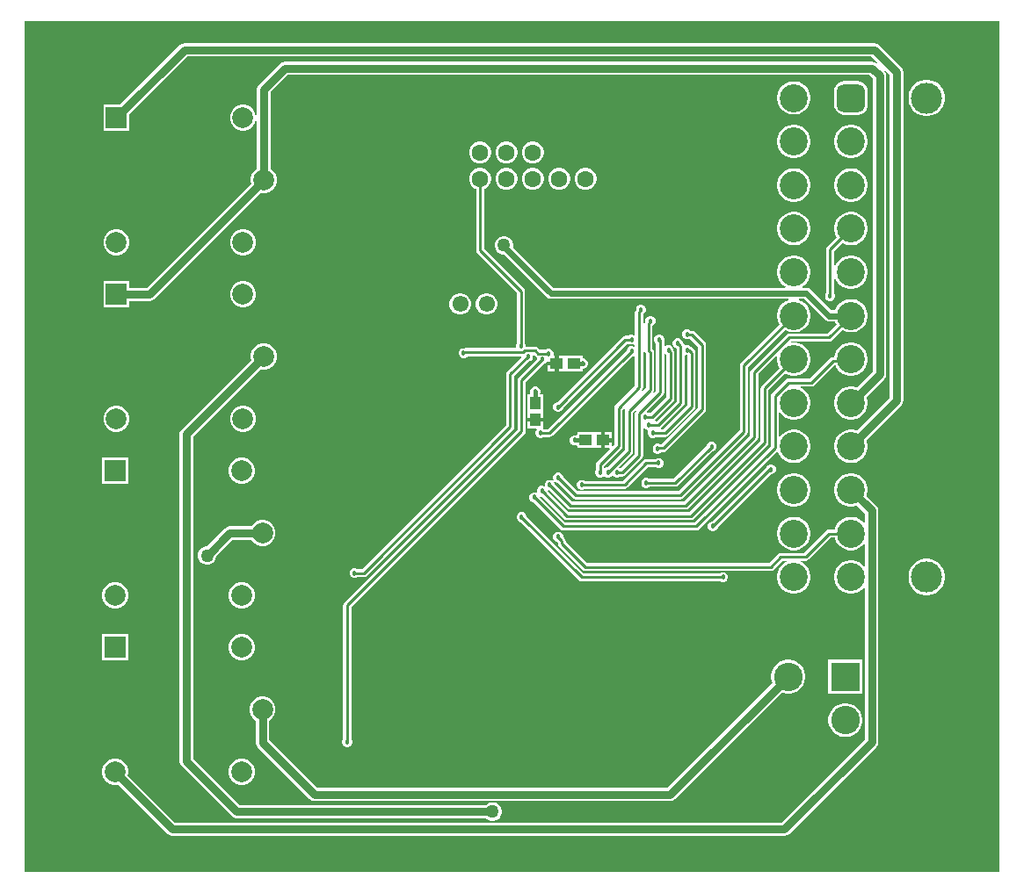
<source format=gbr>
%TF.GenerationSoftware,Altium Limited,Altium Designer,24.9.1 (31)*%
G04 Layer_Physical_Order=2*
G04 Layer_Color=16711680*
%FSLAX45Y45*%
%MOMM*%
%TF.SameCoordinates,E37428AF-A4AF-452D-A059-51B4F3D01195*%
%TF.FilePolarity,Positive*%
%TF.FileFunction,Copper,L2,Bot,Signal*%
%TF.Part,Single*%
G01*
G75*
%TA.AperFunction,SMDPad,CuDef*%
%ADD13R,1.15814X1.01213*%
%ADD24R,1.01213X1.15814*%
%TA.AperFunction,Conductor*%
%ADD25C,0.25400*%
%ADD26C,0.38100*%
%ADD27C,0.55400*%
%ADD28C,0.76200*%
%TA.AperFunction,ComponentPad*%
%ADD31C,1.60000*%
%ADD32R,1.60000X1.60000*%
%ADD33C,2.00000*%
%ADD34R,2.00000X2.00000*%
%ADD35C,2.70000*%
G04:AMPARAMS|DCode=36|XSize=2.7mm|YSize=2.7mm|CornerRadius=0.675mm|HoleSize=0mm|Usage=FLASHONLY|Rotation=90.000|XOffset=0mm|YOffset=0mm|HoleType=Round|Shape=RoundedRectangle|*
%AMROUNDEDRECTD36*
21,1,2.70000,1.35000,0,0,90.0*
21,1,1.35000,2.70000,0,0,90.0*
1,1,1.35000,0.67500,0.67500*
1,1,1.35000,0.67500,-0.67500*
1,1,1.35000,-0.67500,-0.67500*
1,1,1.35000,-0.67500,0.67500*
%
%ADD36ROUNDEDRECTD36*%
%ADD37C,3.00000*%
%ADD38R,1.55000X1.55000*%
%ADD39C,1.55000*%
%ADD40R,2.75000X2.75000*%
%ADD41C,2.75000*%
%TA.AperFunction,ViaPad*%
%ADD42C,0.50000*%
%ADD43C,0.45720*%
%ADD44C,1.27000*%
%ADD45C,5.00000*%
G36*
X17792700Y3250000D02*
X8400000D01*
Y11450000D01*
X17792700D01*
Y3250000D01*
D02*
G37*
%LPC*%
G36*
X16586200Y11240744D02*
X9943302D01*
X9918526Y11235816D01*
X9897521Y11221781D01*
X9319839Y10644099D01*
X9160601D01*
Y10393299D01*
X9411401D01*
Y10552537D01*
X9970120Y11111256D01*
X16559383D01*
X16617848Y11052790D01*
X16611372Y11044898D01*
X16591739Y11058016D01*
X16566963Y11062944D01*
X10909300D01*
X10884524Y11058016D01*
X10863519Y11043981D01*
X10660217Y10840679D01*
X10646183Y10819675D01*
X10641254Y10794898D01*
Y10535943D01*
X10631399Y10535208D01*
X10622853Y10567101D01*
X10606344Y10595696D01*
X10582996Y10619044D01*
X10554401Y10635553D01*
X10522508Y10644099D01*
X10489490D01*
X10457596Y10635553D01*
X10429001Y10619044D01*
X10405654Y10595696D01*
X10389145Y10567101D01*
X10380599Y10535208D01*
Y10502190D01*
X10389145Y10470296D01*
X10405654Y10441701D01*
X10429001Y10418354D01*
X10457596Y10401845D01*
X10489490Y10393299D01*
X10522508D01*
X10554401Y10401845D01*
X10582996Y10418354D01*
X10606344Y10441701D01*
X10622853Y10470296D01*
X10631399Y10502189D01*
X10641254Y10501454D01*
Y10026119D01*
X10629001Y10019045D01*
X10605653Y9995697D01*
X10589144Y9967102D01*
X10580598Y9935209D01*
Y9902191D01*
X10584261Y9888524D01*
X9577379Y8881643D01*
X9411401D01*
Y8942299D01*
X9160601D01*
Y8691499D01*
X9411401D01*
Y8752155D01*
X9604197D01*
X9628974Y8757083D01*
X9649978Y8771118D01*
X10675822Y9796962D01*
X10689489Y9793300D01*
X10722508D01*
X10754401Y9801846D01*
X10782996Y9818355D01*
X10806343Y9841703D01*
X10822853Y9870298D01*
X10831398Y9902191D01*
Y9935209D01*
X10822853Y9967102D01*
X10806343Y9995697D01*
X10782996Y10019045D01*
X10770742Y10026119D01*
Y10768081D01*
X10936118Y10933456D01*
X16540144D01*
X16572256Y10901345D01*
Y8073817D01*
X16419522Y7921084D01*
X16408289Y7925737D01*
X16377299Y7931901D01*
X16345703D01*
X16314714Y7925737D01*
X16285522Y7913646D01*
X16259251Y7896092D01*
X16236911Y7873750D01*
X16219357Y7847479D01*
X16207266Y7818288D01*
X16201102Y7787299D01*
Y7755703D01*
X16207266Y7724714D01*
X16219357Y7695523D01*
X16236911Y7669252D01*
X16259251Y7646910D01*
X16285522Y7629356D01*
X16314714Y7617265D01*
X16345703Y7611101D01*
X16377299D01*
X16408289Y7617265D01*
X16437479Y7629356D01*
X16463751Y7646910D01*
X16486092Y7669252D01*
X16503645Y7695523D01*
X16515736Y7724714D01*
X16521901Y7755703D01*
Y7787299D01*
X16515736Y7818288D01*
X16511084Y7829522D01*
X16682780Y8001218D01*
X16696815Y8022223D01*
X16701744Y8046999D01*
Y10928163D01*
X16696815Y10952939D01*
X16683698Y10972572D01*
X16691589Y10979048D01*
X16737357Y10933282D01*
Y7818918D01*
X16419522Y7501085D01*
X16408289Y7505738D01*
X16377299Y7511902D01*
X16345703D01*
X16314714Y7505738D01*
X16285522Y7493646D01*
X16259251Y7476092D01*
X16236911Y7453751D01*
X16219357Y7427480D01*
X16207266Y7398289D01*
X16201102Y7367300D01*
Y7335704D01*
X16207266Y7304715D01*
X16219357Y7275524D01*
X16236911Y7249252D01*
X16259251Y7226911D01*
X16285522Y7209357D01*
X16314714Y7197266D01*
X16345703Y7191102D01*
X16377299D01*
X16408289Y7197266D01*
X16437479Y7209357D01*
X16463751Y7226911D01*
X16486092Y7249252D01*
X16503645Y7275524D01*
X16515736Y7304715D01*
X16521901Y7335704D01*
Y7367300D01*
X16515736Y7398289D01*
X16511084Y7409523D01*
X16847881Y7746319D01*
X16861916Y7767324D01*
X16866844Y7792100D01*
Y10960100D01*
X16861916Y10984876D01*
X16847881Y11005881D01*
X16631981Y11221781D01*
X16610976Y11235816D01*
X16586200Y11240744D01*
D02*
G37*
G36*
X15827298Y10871900D02*
X15795702D01*
X15764713Y10865736D01*
X15735522Y10853645D01*
X15709251Y10836091D01*
X15686909Y10813749D01*
X15669354Y10787478D01*
X15657265Y10758287D01*
X15651100Y10727298D01*
Y10695702D01*
X15657265Y10664713D01*
X15669354Y10635522D01*
X15686909Y10609251D01*
X15709251Y10586909D01*
X15735522Y10569355D01*
X15764713Y10557264D01*
X15795702Y10551100D01*
X15827298D01*
X15858287Y10557264D01*
X15887479Y10569355D01*
X15913750Y10586909D01*
X15936092Y10609251D01*
X15953645Y10635522D01*
X15965736Y10664713D01*
X15971899Y10695702D01*
Y10727298D01*
X15965736Y10758287D01*
X15953645Y10787478D01*
X15936092Y10813749D01*
X15913750Y10836091D01*
X15887479Y10853645D01*
X15858287Y10865736D01*
X15827298Y10871900D01*
D02*
G37*
G36*
X16429001Y10872702D02*
X16294000D01*
X16269749Y10869509D01*
X16247151Y10860148D01*
X16227744Y10845257D01*
X16212854Y10825851D01*
X16203493Y10803252D01*
X16200301Y10779000D01*
Y10644000D01*
X16203493Y10619748D01*
X16212854Y10597149D01*
X16227744Y10577743D01*
X16247151Y10562852D01*
X16269749Y10553491D01*
X16294000Y10550298D01*
X16429001D01*
X16453253Y10553491D01*
X16475851Y10562852D01*
X16495259Y10577743D01*
X16510149Y10597149D01*
X16519510Y10619748D01*
X16522704Y10644000D01*
Y10779000D01*
X16519510Y10803252D01*
X16510149Y10825851D01*
X16495259Y10845257D01*
X16475851Y10860148D01*
X16453253Y10869509D01*
X16429001Y10872702D01*
D02*
G37*
G36*
X17108778Y10886900D02*
X17074226D01*
X17040340Y10880159D01*
X17008420Y10866937D01*
X16979692Y10847742D01*
X16955260Y10823311D01*
X16936066Y10794583D01*
X16922842Y10762662D01*
X16916103Y10728775D01*
Y10694225D01*
X16922842Y10660338D01*
X16936066Y10628417D01*
X16955260Y10599689D01*
X16979692Y10575258D01*
X17008420Y10556063D01*
X17040340Y10542841D01*
X17074226Y10536100D01*
X17108778D01*
X17142665Y10542841D01*
X17174585Y10556063D01*
X17203313Y10575258D01*
X17227745Y10599689D01*
X17246941Y10628417D01*
X17260162Y10660338D01*
X17266902Y10694225D01*
Y10728775D01*
X17260162Y10762662D01*
X17246941Y10794583D01*
X17227745Y10823311D01*
X17203313Y10847742D01*
X17174585Y10866937D01*
X17142665Y10880159D01*
X17108778Y10886900D01*
D02*
G37*
G36*
X16377299Y10451901D02*
X16345703D01*
X16314714Y10445737D01*
X16285522Y10433646D01*
X16259251Y10416092D01*
X16236911Y10393750D01*
X16219357Y10367479D01*
X16207266Y10338288D01*
X16201102Y10307299D01*
Y10275703D01*
X16207266Y10244714D01*
X16219357Y10215523D01*
X16236911Y10189252D01*
X16259251Y10166910D01*
X16285522Y10149356D01*
X16314714Y10137265D01*
X16345703Y10131101D01*
X16377299D01*
X16408289Y10137265D01*
X16437479Y10149356D01*
X16463751Y10166910D01*
X16486092Y10189252D01*
X16503645Y10215523D01*
X16515736Y10244714D01*
X16521901Y10275703D01*
Y10307299D01*
X16515736Y10338288D01*
X16503645Y10367479D01*
X16486092Y10393750D01*
X16463751Y10416092D01*
X16437479Y10433646D01*
X16408289Y10445737D01*
X16377299Y10451901D01*
D02*
G37*
G36*
X15827298D02*
X15795702D01*
X15764713Y10445737D01*
X15735522Y10433646D01*
X15709251Y10416092D01*
X15686909Y10393750D01*
X15669354Y10367479D01*
X15657265Y10338288D01*
X15651100Y10307299D01*
Y10275703D01*
X15657265Y10244714D01*
X15669354Y10215523D01*
X15686909Y10189252D01*
X15709251Y10166910D01*
X15735522Y10149356D01*
X15764713Y10137265D01*
X15795702Y10131101D01*
X15827298D01*
X15858287Y10137265D01*
X15887479Y10149356D01*
X15913750Y10166910D01*
X15936092Y10189252D01*
X15953645Y10215523D01*
X15965736Y10244714D01*
X15971899Y10275703D01*
Y10307299D01*
X15965736Y10338288D01*
X15953645Y10367479D01*
X15936092Y10393750D01*
X15913750Y10416092D01*
X15887479Y10433646D01*
X15858287Y10445737D01*
X15827298Y10451901D01*
D02*
G37*
G36*
X13310776Y10290800D02*
X13283025D01*
X13256216Y10283617D01*
X13232182Y10269741D01*
X13212560Y10250117D01*
X13198683Y10226083D01*
X13191499Y10199276D01*
Y10171524D01*
X13198683Y10144717D01*
X13212560Y10120683D01*
X13232182Y10101059D01*
X13256216Y10087183D01*
X13283025Y10080000D01*
X13310776D01*
X13337582Y10087183D01*
X13361617Y10101059D01*
X13381241Y10120683D01*
X13395117Y10144717D01*
X13402299Y10171524D01*
Y10199276D01*
X13395117Y10226083D01*
X13381241Y10250117D01*
X13361617Y10269741D01*
X13337582Y10283617D01*
X13310776Y10290800D01*
D02*
G37*
G36*
X13056776D02*
X13029024D01*
X13002217Y10283617D01*
X12978183Y10269741D01*
X12958559Y10250117D01*
X12944682Y10226083D01*
X12937500Y10199276D01*
Y10171524D01*
X12944682Y10144717D01*
X12958559Y10120683D01*
X12978183Y10101059D01*
X13002217Y10087183D01*
X13029024Y10080000D01*
X13056776D01*
X13083583Y10087183D01*
X13107617Y10101059D01*
X13127242Y10120683D01*
X13141116Y10144717D01*
X13148300Y10171524D01*
Y10199276D01*
X13141116Y10226083D01*
X13127242Y10250117D01*
X13107617Y10269741D01*
X13083583Y10283617D01*
X13056776Y10290800D01*
D02*
G37*
G36*
X12802776D02*
X12775024D01*
X12748217Y10283617D01*
X12724183Y10269741D01*
X12704559Y10250117D01*
X12690683Y10226083D01*
X12683500Y10199276D01*
Y10171524D01*
X12690683Y10144717D01*
X12704559Y10120683D01*
X12724183Y10101059D01*
X12748217Y10087183D01*
X12775024Y10080000D01*
X12802776D01*
X12829584Y10087183D01*
X12853616Y10101059D01*
X12873241Y10120683D01*
X12887117Y10144717D01*
X12894299Y10171524D01*
Y10199276D01*
X12887117Y10226083D01*
X12873241Y10250117D01*
X12853616Y10269741D01*
X12829584Y10283617D01*
X12802776Y10290800D01*
D02*
G37*
G36*
X13818776Y10036800D02*
X13791023D01*
X13764217Y10029617D01*
X13740182Y10015741D01*
X13720560Y9996117D01*
X13706683Y9972083D01*
X13699500Y9945276D01*
Y9917524D01*
X13706683Y9890717D01*
X13720560Y9866683D01*
X13740182Y9847059D01*
X13764217Y9833183D01*
X13791023Y9826000D01*
X13818776D01*
X13845583Y9833183D01*
X13869617Y9847059D01*
X13889241Y9866683D01*
X13903117Y9890717D01*
X13910300Y9917524D01*
Y9945276D01*
X13903117Y9972083D01*
X13889241Y9996117D01*
X13869617Y10015741D01*
X13845583Y10029617D01*
X13818776Y10036800D01*
D02*
G37*
G36*
X13564777D02*
X13537024D01*
X13510217Y10029617D01*
X13486183Y10015741D01*
X13466559Y9996117D01*
X13452682Y9972083D01*
X13445500Y9945276D01*
Y9917524D01*
X13452682Y9890717D01*
X13466559Y9866683D01*
X13486183Y9847059D01*
X13510217Y9833183D01*
X13537024Y9826000D01*
X13564777D01*
X13591583Y9833183D01*
X13615617Y9847059D01*
X13635242Y9866683D01*
X13649117Y9890717D01*
X13656300Y9917524D01*
Y9945276D01*
X13649117Y9972083D01*
X13635242Y9996117D01*
X13615617Y10015741D01*
X13591583Y10029617D01*
X13564777Y10036800D01*
D02*
G37*
G36*
X13310776D02*
X13283025D01*
X13256216Y10029617D01*
X13232182Y10015741D01*
X13212560Y9996117D01*
X13198683Y9972083D01*
X13191499Y9945276D01*
Y9917524D01*
X13198683Y9890717D01*
X13212560Y9866683D01*
X13232182Y9847059D01*
X13256216Y9833183D01*
X13283025Y9826000D01*
X13310776D01*
X13337582Y9833183D01*
X13361617Y9847059D01*
X13381241Y9866683D01*
X13395117Y9890717D01*
X13402299Y9917524D01*
Y9945276D01*
X13395117Y9972083D01*
X13381241Y9996117D01*
X13361617Y10015741D01*
X13337582Y10029617D01*
X13310776Y10036800D01*
D02*
G37*
G36*
X13056776D02*
X13029024D01*
X13002217Y10029617D01*
X12978183Y10015741D01*
X12958559Y9996117D01*
X12944682Y9972083D01*
X12937500Y9945276D01*
Y9917524D01*
X12944682Y9890717D01*
X12958559Y9866683D01*
X12978183Y9847059D01*
X13002217Y9833183D01*
X13029024Y9826000D01*
X13056776D01*
X13083583Y9833183D01*
X13107617Y9847059D01*
X13127242Y9866683D01*
X13141116Y9890717D01*
X13148300Y9917524D01*
Y9945276D01*
X13141116Y9972083D01*
X13127242Y9996117D01*
X13107617Y10015741D01*
X13083583Y10029617D01*
X13056776Y10036800D01*
D02*
G37*
G36*
X16377299Y10031902D02*
X16345703D01*
X16314714Y10025738D01*
X16285522Y10013646D01*
X16259251Y9996093D01*
X16236911Y9973751D01*
X16219357Y9947480D01*
X16207266Y9918289D01*
X16201102Y9887300D01*
Y9855704D01*
X16207266Y9824715D01*
X16219357Y9795524D01*
X16236911Y9769252D01*
X16259251Y9746911D01*
X16285522Y9729357D01*
X16314714Y9717266D01*
X16345703Y9711102D01*
X16377299D01*
X16408289Y9717266D01*
X16437479Y9729357D01*
X16463751Y9746911D01*
X16486092Y9769252D01*
X16503645Y9795524D01*
X16515736Y9824715D01*
X16521901Y9855704D01*
Y9887300D01*
X16515736Y9918289D01*
X16503645Y9947480D01*
X16486092Y9973751D01*
X16463751Y9996093D01*
X16437479Y10013646D01*
X16408289Y10025738D01*
X16377299Y10031902D01*
D02*
G37*
G36*
X15827298D02*
X15795702D01*
X15764713Y10025738D01*
X15735522Y10013646D01*
X15709251Y9996093D01*
X15686909Y9973751D01*
X15669354Y9947480D01*
X15657265Y9918289D01*
X15651100Y9887300D01*
Y9855704D01*
X15657265Y9824715D01*
X15669354Y9795524D01*
X15686909Y9769252D01*
X15709251Y9746911D01*
X15735522Y9729357D01*
X15764713Y9717266D01*
X15795702Y9711102D01*
X15827298D01*
X15858287Y9717266D01*
X15887479Y9729357D01*
X15913750Y9746911D01*
X15936092Y9769252D01*
X15953645Y9795524D01*
X15965736Y9824715D01*
X15971899Y9855704D01*
Y9887300D01*
X15965736Y9918289D01*
X15953645Y9947480D01*
X15936092Y9973751D01*
X15913750Y9996093D01*
X15887479Y10013646D01*
X15858287Y10025738D01*
X15827298Y10031902D01*
D02*
G37*
G36*
X16377299Y9611903D02*
X16345703D01*
X16314714Y9605738D01*
X16285522Y9593647D01*
X16259251Y9576093D01*
X16236911Y9553752D01*
X16219357Y9527481D01*
X16207266Y9498290D01*
X16201102Y9467301D01*
Y9435705D01*
X16207266Y9404716D01*
X16219357Y9375525D01*
X16223856Y9368793D01*
X16132532Y9277470D01*
X16124110Y9264867D01*
X16121153Y9250001D01*
Y8829403D01*
X16119087Y8827337D01*
X16111740Y8809599D01*
Y8790401D01*
X16119087Y8772663D01*
X16132663Y8759087D01*
X16150401Y8751740D01*
X16169598D01*
X16187337Y8759087D01*
X16200912Y8772663D01*
X16208260Y8790401D01*
Y8809599D01*
X16200912Y8827337D01*
X16198846Y8829403D01*
Y8978487D01*
X16209006Y8980508D01*
X16219357Y8955520D01*
X16236911Y8929249D01*
X16259251Y8906908D01*
X16285522Y8889354D01*
X16314714Y8877262D01*
X16345703Y8871098D01*
X16377299D01*
X16408289Y8877262D01*
X16437479Y8889354D01*
X16463751Y8906908D01*
X16486092Y8929249D01*
X16503645Y8955520D01*
X16515736Y8984711D01*
X16521901Y9015700D01*
Y9047296D01*
X16515736Y9078285D01*
X16503645Y9107476D01*
X16486092Y9133748D01*
X16463751Y9156089D01*
X16437479Y9173643D01*
X16408289Y9185734D01*
X16377299Y9191898D01*
X16345703D01*
X16314714Y9185734D01*
X16285522Y9173643D01*
X16259251Y9156089D01*
X16236911Y9133748D01*
X16219357Y9107476D01*
X16209006Y9082489D01*
X16198846Y9084509D01*
Y9233910D01*
X16278792Y9313856D01*
X16285522Y9309358D01*
X16314714Y9297267D01*
X16345703Y9291103D01*
X16377299D01*
X16408289Y9297267D01*
X16437479Y9309358D01*
X16463751Y9326912D01*
X16486092Y9349253D01*
X16503645Y9375525D01*
X16515736Y9404716D01*
X16521901Y9435705D01*
Y9467301D01*
X16515736Y9498290D01*
X16503645Y9527481D01*
X16486092Y9553752D01*
X16463751Y9576093D01*
X16437479Y9593647D01*
X16408289Y9605738D01*
X16377299Y9611903D01*
D02*
G37*
G36*
X15827298D02*
X15795702D01*
X15764713Y9605738D01*
X15735522Y9593647D01*
X15709251Y9576093D01*
X15686909Y9553752D01*
X15669354Y9527481D01*
X15657265Y9498290D01*
X15651100Y9467301D01*
Y9435705D01*
X15657265Y9404716D01*
X15669354Y9375525D01*
X15686909Y9349253D01*
X15709251Y9326912D01*
X15735522Y9309358D01*
X15764713Y9297267D01*
X15795702Y9291103D01*
X15827298D01*
X15858287Y9297267D01*
X15887479Y9309358D01*
X15913750Y9326912D01*
X15936092Y9349253D01*
X15953645Y9375525D01*
X15965736Y9404716D01*
X15971899Y9435705D01*
Y9467301D01*
X15965736Y9498290D01*
X15953645Y9527481D01*
X15936092Y9553752D01*
X15913750Y9576093D01*
X15887479Y9593647D01*
X15858287Y9605738D01*
X15827298Y9611903D01*
D02*
G37*
G36*
X10522508Y9444101D02*
X10489490D01*
X10457596Y9435555D01*
X10429001Y9419046D01*
X10405654Y9395699D01*
X10389145Y9367104D01*
X10380599Y9335210D01*
Y9302192D01*
X10389145Y9270299D01*
X10405654Y9241704D01*
X10429001Y9218356D01*
X10457596Y9201847D01*
X10489490Y9193301D01*
X10522508D01*
X10554401Y9201847D01*
X10582996Y9218356D01*
X10606344Y9241704D01*
X10622853Y9270299D01*
X10631399Y9302192D01*
Y9335210D01*
X10622853Y9367104D01*
X10606344Y9395699D01*
X10582996Y9419046D01*
X10554401Y9435555D01*
X10522508Y9444101D01*
D02*
G37*
G36*
X9302510D02*
X9269492D01*
X9237599Y9435555D01*
X9209004Y9419046D01*
X9185656Y9395699D01*
X9169147Y9367104D01*
X9160601Y9335210D01*
Y9302192D01*
X9169147Y9270299D01*
X9185656Y9241704D01*
X9209004Y9218356D01*
X9237599Y9201847D01*
X9269492Y9193301D01*
X9302510D01*
X9334404Y9201847D01*
X9362999Y9218356D01*
X9386346Y9241704D01*
X9402855Y9270299D01*
X9411401Y9302192D01*
Y9335210D01*
X9402855Y9367104D01*
X9386346Y9395699D01*
X9362999Y9419046D01*
X9334404Y9435555D01*
X9302510Y9444101D01*
D02*
G37*
G36*
X10522508Y8942299D02*
X10489490D01*
X10457596Y8933753D01*
X10429001Y8917244D01*
X10405654Y8893896D01*
X10389145Y8865301D01*
X10380599Y8833408D01*
Y8800390D01*
X10389145Y8768496D01*
X10405654Y8739901D01*
X10429001Y8716554D01*
X10457596Y8700045D01*
X10489490Y8691499D01*
X10522508D01*
X10554401Y8700045D01*
X10582996Y8716554D01*
X10606344Y8739901D01*
X10622853Y8768496D01*
X10631399Y8800390D01*
Y8833408D01*
X10622853Y8865301D01*
X10606344Y8893896D01*
X10582996Y8917244D01*
X10554401Y8933753D01*
X10522508Y8942299D01*
D02*
G37*
G36*
X12865947Y8827800D02*
X12838853D01*
X12812682Y8820788D01*
X12789218Y8807240D01*
X12770060Y8788082D01*
X12756512Y8764618D01*
X12749500Y8738447D01*
Y8711353D01*
X12756512Y8685182D01*
X12770060Y8661718D01*
X12789218Y8642560D01*
X12812682Y8629012D01*
X12838853Y8622000D01*
X12865947D01*
X12892117Y8629012D01*
X12915582Y8642560D01*
X12934740Y8661718D01*
X12948288Y8685182D01*
X12955299Y8711353D01*
Y8738447D01*
X12948288Y8764618D01*
X12934740Y8788082D01*
X12915582Y8807240D01*
X12892117Y8820788D01*
X12865947Y8827800D01*
D02*
G37*
G36*
X12611947D02*
X12584853D01*
X12558682Y8820788D01*
X12535218Y8807240D01*
X12516060Y8788082D01*
X12502512Y8764618D01*
X12495500Y8738447D01*
Y8711353D01*
X12502512Y8685182D01*
X12516060Y8661718D01*
X12535218Y8642560D01*
X12558682Y8629012D01*
X12584853Y8622000D01*
X12611947D01*
X12638118Y8629012D01*
X12661582Y8642560D01*
X12680740Y8661718D01*
X12694288Y8685182D01*
X12701300Y8711353D01*
Y8738447D01*
X12694288Y8764618D01*
X12680740Y8788082D01*
X12661582Y8807240D01*
X12638118Y8820788D01*
X12611947Y8827800D01*
D02*
G37*
G36*
X13031705Y9378900D02*
X13008296D01*
X12985686Y9372842D01*
X12965414Y9361138D01*
X12948862Y9344586D01*
X12937160Y9324314D01*
X12931100Y9301704D01*
Y9278296D01*
X12937160Y9255686D01*
X12948862Y9235414D01*
X12965414Y9218862D01*
X12985686Y9207158D01*
X13008296Y9201100D01*
X13022334D01*
X13433786Y8789648D01*
X13433786Y8789647D01*
X13451350Y8777911D01*
X13472070Y8773790D01*
X13472070Y8773790D01*
X15757610D01*
X15759631Y8763630D01*
X15735522Y8753644D01*
X15709251Y8736090D01*
X15686909Y8713748D01*
X15669354Y8687477D01*
X15657265Y8658286D01*
X15651100Y8627297D01*
Y8595701D01*
X15657265Y8564712D01*
X15669354Y8535521D01*
X15673853Y8528789D01*
X15302531Y8157468D01*
X15294112Y8144865D01*
X15291154Y8129999D01*
Y7506091D01*
X14703909Y6918846D01*
X13726091D01*
X13588260Y7056677D01*
Y7059600D01*
X13580913Y7077337D01*
X13567337Y7090913D01*
X13549600Y7098260D01*
X13530402D01*
X13512663Y7090913D01*
X13499088Y7077337D01*
X13491740Y7059600D01*
Y7040401D01*
X13499088Y7022663D01*
X13491289Y7016961D01*
X13487337Y7020913D01*
X13469598Y7028260D01*
X13450401D01*
X13432663Y7020913D01*
X13419087Y7007337D01*
X13411740Y6989599D01*
Y6973989D01*
X13404498Y6967684D01*
X13402353Y6966880D01*
X13395399Y6969760D01*
X13376201D01*
X13358463Y6962413D01*
X13344887Y6948837D01*
X13337540Y6931099D01*
Y6911901D01*
X13337576Y6911810D01*
X13329800Y6904034D01*
X13319598Y6908260D01*
X13300401D01*
X13282663Y6900913D01*
X13269087Y6887337D01*
X13261740Y6869599D01*
Y6850401D01*
X13269087Y6832663D01*
X13282663Y6819087D01*
X13300401Y6811740D01*
X13303323D01*
X13562531Y6552531D01*
X13575134Y6544111D01*
X13589999Y6541154D01*
X14870000D01*
X14884866Y6544111D01*
X14897469Y6552531D01*
X15647878Y7302940D01*
X15659242Y7299937D01*
X15669354Y7275524D01*
X15686909Y7249252D01*
X15709251Y7226911D01*
X15735522Y7209357D01*
X15764713Y7197266D01*
X15795702Y7191102D01*
X15827298D01*
X15858287Y7197266D01*
X15887479Y7209357D01*
X15913750Y7226911D01*
X15936092Y7249252D01*
X15953645Y7275524D01*
X15965736Y7304715D01*
X15971899Y7335704D01*
Y7367300D01*
X15965736Y7398289D01*
X15953645Y7427480D01*
X15936092Y7453751D01*
X15913750Y7476092D01*
X15887479Y7493646D01*
X15858287Y7505738D01*
X15827298Y7511902D01*
X15795702D01*
X15764713Y7505738D01*
X15735522Y7493646D01*
X15709251Y7476092D01*
X15686909Y7453751D01*
X15679005Y7441924D01*
X15668846Y7445006D01*
Y7677997D01*
X15679005Y7681079D01*
X15686909Y7669252D01*
X15709251Y7646910D01*
X15735522Y7629356D01*
X15764713Y7617265D01*
X15795702Y7611101D01*
X15827298D01*
X15858287Y7617265D01*
X15887479Y7629356D01*
X15913750Y7646910D01*
X15936092Y7669252D01*
X15953645Y7695523D01*
X15965736Y7724714D01*
X15971899Y7755703D01*
Y7787299D01*
X15965736Y7818288D01*
X15953645Y7847479D01*
X15936092Y7873750D01*
X15913750Y7896092D01*
X15887479Y7913646D01*
X15878067Y7917544D01*
X15880087Y7927704D01*
X15980251D01*
X15995116Y7930661D01*
X16007719Y7939082D01*
X16201547Y8132911D01*
X16212793Y8131367D01*
X16219357Y8115522D01*
X16236911Y8089251D01*
X16259251Y8066909D01*
X16285522Y8049355D01*
X16314714Y8037264D01*
X16345703Y8031100D01*
X16377299D01*
X16408289Y8037264D01*
X16437479Y8049355D01*
X16463751Y8066909D01*
X16486092Y8089251D01*
X16503645Y8115522D01*
X16515736Y8144713D01*
X16521901Y8175702D01*
Y8207298D01*
X16515736Y8238287D01*
X16503645Y8267478D01*
X16486092Y8293749D01*
X16463751Y8316091D01*
X16437479Y8333645D01*
X16408289Y8345736D01*
X16377299Y8351900D01*
X16345703D01*
X16314714Y8345736D01*
X16285522Y8333645D01*
X16259251Y8316091D01*
X16236911Y8293749D01*
X16219357Y8267478D01*
X16207266Y8238287D01*
X16202345Y8213548D01*
X16188400D01*
X16173537Y8210591D01*
X16160933Y8202170D01*
X15964160Y8005397D01*
X15761749D01*
X15746884Y8002440D01*
X15734280Y7994019D01*
X15602531Y7862270D01*
X15594112Y7849667D01*
X15591153Y7834801D01*
Y7356090D01*
X14853909Y6618847D01*
X13606091D01*
X13363303Y6861634D01*
X13363297Y6867588D01*
X13373448Y6874380D01*
X13376201Y6873240D01*
X13379123D01*
X13599831Y6652532D01*
X13612434Y6644111D01*
X13627299Y6641154D01*
X14820000D01*
X14834866Y6644111D01*
X14847469Y6652532D01*
X15557469Y7362531D01*
X15565889Y7375134D01*
X15568846Y7390000D01*
Y7893909D01*
X15728790Y8053853D01*
X15735522Y8049355D01*
X15764713Y8037264D01*
X15795702Y8031100D01*
X15827298D01*
X15858287Y8037264D01*
X15887479Y8049355D01*
X15913750Y8066909D01*
X15936092Y8089251D01*
X15953645Y8115522D01*
X15965736Y8144713D01*
X15971899Y8175702D01*
Y8207298D01*
X15965736Y8238287D01*
X15953645Y8267478D01*
X15936092Y8293749D01*
X15913750Y8316091D01*
X15887479Y8333645D01*
X15858287Y8345736D01*
X15827298Y8351900D01*
X15795702D01*
X15794638Y8351688D01*
X15788264Y8360780D01*
X15789127Y8362203D01*
X16151051D01*
X16165918Y8365161D01*
X16178522Y8373581D01*
X16278792Y8473852D01*
X16285522Y8469354D01*
X16314714Y8457263D01*
X16345703Y8451099D01*
X16377299D01*
X16408289Y8457263D01*
X16437479Y8469354D01*
X16463751Y8486908D01*
X16486092Y8509250D01*
X16503645Y8535521D01*
X16515736Y8564712D01*
X16521901Y8595701D01*
Y8627297D01*
X16515736Y8658286D01*
X16503645Y8687477D01*
X16486092Y8713748D01*
X16463751Y8736090D01*
X16437479Y8753644D01*
X16408289Y8765735D01*
X16377299Y8771899D01*
X16345703D01*
X16314714Y8765735D01*
X16285522Y8753644D01*
X16259251Y8736090D01*
X16236911Y8713748D01*
X16219357Y8687477D01*
X16210310Y8665640D01*
X16170927D01*
X15970354Y8866214D01*
X15952789Y8877950D01*
X15932069Y8882071D01*
X15932068Y8882071D01*
X15894865D01*
X15891785Y8892231D01*
X15913750Y8906908D01*
X15936092Y8929249D01*
X15953645Y8955520D01*
X15965736Y8984711D01*
X15971899Y9015700D01*
Y9047296D01*
X15965736Y9078285D01*
X15953645Y9107476D01*
X15936092Y9133748D01*
X15913750Y9156089D01*
X15887479Y9173643D01*
X15858287Y9185734D01*
X15827298Y9191898D01*
X15795702D01*
X15764713Y9185734D01*
X15735522Y9173643D01*
X15709251Y9156089D01*
X15686909Y9133748D01*
X15669354Y9107476D01*
X15657265Y9078285D01*
X15651100Y9047296D01*
Y9015700D01*
X15657265Y8984711D01*
X15669354Y8955520D01*
X15686909Y8929249D01*
X15709251Y8906908D01*
X15731216Y8892231D01*
X15728134Y8882071D01*
X13494495D01*
X13106654Y9269913D01*
X13108900Y9278296D01*
Y9301704D01*
X13102843Y9324314D01*
X13091138Y9344586D01*
X13074586Y9361138D01*
X13054314Y9372842D01*
X13031705Y9378900D01*
D02*
G37*
G36*
X14348988Y8718085D02*
X14329790D01*
X14312051Y8710738D01*
X14298476Y8697162D01*
X14291129Y8679424D01*
Y8670307D01*
X14284111Y8659803D01*
X14281154Y8644937D01*
Y8431771D01*
X14270993Y8425292D01*
X14259000Y8430260D01*
X14239801D01*
X14222063Y8422913D01*
X14216437Y8417286D01*
X14188440D01*
X14173573Y8414329D01*
X14160971Y8405909D01*
X13533324Y7778260D01*
X13530402D01*
X13512663Y7770913D01*
X13499088Y7757337D01*
X13491740Y7739599D01*
Y7720401D01*
X13499088Y7702663D01*
X13512663Y7689087D01*
X13530402Y7681740D01*
X13549600D01*
X13567337Y7689087D01*
X13580913Y7702663D01*
X13588260Y7720401D01*
Y7723323D01*
X14204530Y8339593D01*
X14225668D01*
X14239801Y8333740D01*
X14259000D01*
X14270993Y8338708D01*
X14281154Y8332229D01*
Y8320011D01*
X14270993Y8313532D01*
X14259000Y8318500D01*
X14239801D01*
X14222063Y8311153D01*
X14208487Y8297577D01*
X14201140Y8279839D01*
Y8276917D01*
X13443069Y7518847D01*
X13404034D01*
X13396005Y7523994D01*
Y7588251D01*
X13320000D01*
X13243994D01*
Y7523994D01*
X13331375D01*
X13335583Y7513834D01*
X13329086Y7507337D01*
X13321741Y7489599D01*
Y7470401D01*
X13329086Y7452663D01*
X13342664Y7439087D01*
X13360400Y7431740D01*
X13379599D01*
X13397337Y7439087D01*
X13399403Y7441154D01*
X13459160D01*
X13474026Y7444111D01*
X13486629Y7452531D01*
X14256078Y8221980D01*
X14259000D01*
X14270993Y8226948D01*
X14281154Y8220469D01*
Y7935291D01*
X14094931Y7749069D01*
X14086511Y7736466D01*
X14083553Y7721600D01*
Y7369391D01*
X14065393Y7351230D01*
X14056006Y7355118D01*
Y7390950D01*
X13991750D01*
Y7333993D01*
X14034882D01*
X14038770Y7324607D01*
X13917131Y7202969D01*
X13908711Y7190366D01*
X13905753Y7175500D01*
Y7128703D01*
X13903687Y7126637D01*
X13896339Y7108899D01*
Y7089701D01*
X13903687Y7071963D01*
X13917262Y7058387D01*
X13935001Y7051040D01*
X13954199D01*
X13971938Y7058387D01*
X13982700Y7069150D01*
X13993463Y7058387D01*
X14011201Y7051040D01*
X14030399D01*
X14048137Y7058387D01*
X14058939Y7069189D01*
X14065250Y7070967D01*
X14071561Y7069189D01*
X14082362Y7058387D01*
X14100101Y7051040D01*
X14119299D01*
X14137038Y7058387D01*
X14139104Y7060453D01*
X14160500D01*
X14175366Y7063411D01*
X14187968Y7071831D01*
X14347989Y7231851D01*
X14356409Y7244454D01*
X14359367Y7259320D01*
Y7536945D01*
X14369527Y7538966D01*
X14373587Y7529163D01*
X14387163Y7515587D01*
X14402234Y7509344D01*
X14404901Y7508240D01*
X14407729Y7498080D01*
X14404340Y7489899D01*
Y7470701D01*
X14411687Y7452963D01*
X14425262Y7439387D01*
X14443001Y7432040D01*
X14462199D01*
X14479938Y7439387D01*
X14482002Y7441453D01*
X14573399D01*
X14588266Y7444411D01*
X14600870Y7452831D01*
X14854869Y7706831D01*
X14863290Y7719434D01*
X14866248Y7734300D01*
Y8255130D01*
X14863290Y8269996D01*
X14854869Y8282599D01*
X14833487Y8303981D01*
X14820885Y8312401D01*
X14818591Y8312857D01*
X14810136Y8321313D01*
X14792400Y8328660D01*
X14773201D01*
X14766982Y8326084D01*
X14758022Y8330874D01*
X14757454Y8333727D01*
X14749033Y8346330D01*
X14742160Y8353203D01*
Y8353499D01*
X14734813Y8371237D01*
X14721237Y8384813D01*
X14703499Y8392160D01*
X14684302D01*
X14666563Y8384813D01*
X14652988Y8371237D01*
X14645641Y8353499D01*
Y8334301D01*
X14652988Y8316563D01*
X14666563Y8302987D01*
X14682718Y8296296D01*
Y7788722D01*
X14489574Y7595577D01*
X14479243D01*
X14476161Y7605737D01*
X14476805Y7606168D01*
X14650717Y7780080D01*
X14659138Y7792683D01*
X14662096Y7807549D01*
Y8256653D01*
X14659138Y8271519D01*
X14653259Y8280316D01*
Y8289999D01*
X14645914Y8307737D01*
X14632336Y8321313D01*
X14614600Y8328660D01*
X14595401D01*
X14577663Y8321313D01*
X14572722Y8316372D01*
X14562563Y8320581D01*
Y8360016D01*
X14561481Y8365451D01*
X14564360Y8372401D01*
Y8391599D01*
X14557013Y8409337D01*
X14543437Y8422913D01*
X14525699Y8430260D01*
X14506500D01*
X14488763Y8422913D01*
X14475188Y8409337D01*
X14467841Y8391599D01*
Y8372401D01*
X14475188Y8354663D01*
X14484869Y8344981D01*
Y7885007D01*
X14293051Y7693189D01*
X14284631Y7680586D01*
X14281673Y7665720D01*
Y7275411D01*
X14147842Y7141579D01*
X14137038Y7140213D01*
X14131068Y7142685D01*
X14129086Y7152650D01*
X14251469Y7275031D01*
X14259889Y7287634D01*
X14262846Y7302500D01*
Y7680109D01*
X14455540Y7872804D01*
X14463962Y7885407D01*
X14466919Y7900273D01*
Y8256414D01*
X14463962Y8271280D01*
X14455540Y8283882D01*
X14451547Y8287876D01*
Y8516689D01*
X14457336Y8519087D01*
X14470914Y8532663D01*
X14478259Y8550400D01*
Y8569599D01*
X14470914Y8587337D01*
X14457336Y8600913D01*
X14439600Y8608260D01*
X14420401D01*
X14402663Y8600913D01*
X14389087Y8587337D01*
X14381740Y8569599D01*
Y8559444D01*
X14376811Y8552068D01*
X14373854Y8537202D01*
Y8271786D01*
X14376811Y8256920D01*
X14385233Y8244317D01*
X14389226Y8240323D01*
Y7916363D01*
X14196532Y7723669D01*
X14188110Y7711066D01*
X14185153Y7696200D01*
Y7318591D01*
X14014124Y7147560D01*
X14011201D01*
X13993463Y7140213D01*
X13992833Y7139583D01*
X13983447Y7143471D01*
Y7159409D01*
X14149869Y7325831D01*
X14158289Y7338434D01*
X14161247Y7353300D01*
Y7705509D01*
X14347469Y7891731D01*
X14355890Y7904334D01*
X14358847Y7919200D01*
Y8625648D01*
X14366727Y8628912D01*
X14380302Y8642488D01*
X14387650Y8660226D01*
Y8679424D01*
X14380302Y8697162D01*
X14366727Y8710738D01*
X14348988Y8718085D01*
D02*
G37*
G36*
X12802776Y10036800D02*
X12775024D01*
X12748217Y10029617D01*
X12724183Y10015741D01*
X12704559Y9996117D01*
X12690683Y9972083D01*
X12683500Y9945276D01*
Y9917524D01*
X12690683Y9890717D01*
X12704559Y9866683D01*
X12724183Y9847059D01*
X12748217Y9833183D01*
X12750053Y9832691D01*
Y9241100D01*
X12753011Y9226234D01*
X12761431Y9213631D01*
X13143753Y8831309D01*
Y8347903D01*
X13141687Y8345837D01*
X13134340Y8328099D01*
Y8308901D01*
X13135005Y8307294D01*
X13129361Y8298846D01*
X12640000D01*
X12637051Y8298260D01*
X12620400D01*
X12602663Y8290913D01*
X12589087Y8277337D01*
X12581740Y8259599D01*
Y8240401D01*
X12589087Y8222663D01*
X12602663Y8209087D01*
X12620400Y8201740D01*
X12639599D01*
X12657337Y8209087D01*
X12669403Y8221153D01*
X13184122D01*
X13188010Y8211767D01*
X13052531Y8076289D01*
X13044112Y8063686D01*
X13041153Y8048820D01*
Y7556091D01*
X11653909Y6168846D01*
X11609403D01*
X11607337Y6170913D01*
X11589599Y6178260D01*
X11570401D01*
X11552663Y6170913D01*
X11539087Y6157337D01*
X11531740Y6139599D01*
Y6120401D01*
X11539087Y6102663D01*
X11552663Y6089087D01*
X11570401Y6081740D01*
X11589599D01*
X11607337Y6089087D01*
X11609403Y6091153D01*
X11670000D01*
X11684866Y6094110D01*
X11697468Y6102531D01*
X13107469Y7512532D01*
X13115889Y7525134D01*
X13118848Y7540000D01*
Y8032729D01*
X13257857Y8171740D01*
X13260779D01*
X13278517Y8179087D01*
X13292093Y8192663D01*
X13299440Y8210401D01*
Y8226453D01*
X13308849Y8231412D01*
X13321851Y8218411D01*
X13334453Y8209990D01*
X13337308Y8209422D01*
X13342097Y8200462D01*
X13341740Y8199599D01*
Y8196677D01*
X13162531Y8017469D01*
X13154111Y8004866D01*
X13151154Y7990000D01*
Y7514237D01*
X11482532Y5845615D01*
X11474111Y5833012D01*
X11471154Y5818146D01*
Y4529403D01*
X11469087Y4527337D01*
X11461740Y4509599D01*
Y4490400D01*
X11469087Y4472663D01*
X11482663Y4459087D01*
X11500401Y4451740D01*
X11519600D01*
X11537337Y4459087D01*
X11550913Y4472663D01*
X11558260Y4490400D01*
Y4509599D01*
X11550913Y4527337D01*
X11548847Y4529403D01*
Y5802055D01*
X13217468Y7470677D01*
X13225890Y7483280D01*
X13228847Y7498146D01*
Y7973909D01*
X13396677Y8141740D01*
X13399599D01*
X13417337Y8149087D01*
X13430913Y8162663D01*
X13433833Y8169715D01*
X13437175Y8169050D01*
X13508250D01*
Y8226006D01*
X13501883D01*
X13496338Y8234305D01*
Y8253503D01*
X13488991Y8271241D01*
X13475415Y8284817D01*
X13457677Y8292164D01*
X13438478D01*
X13420741Y8284817D01*
X13420650Y8284726D01*
X13365408D01*
X13346786Y8303349D01*
X13334184Y8311770D01*
X13319318Y8314727D01*
X13230859D01*
Y8328099D01*
X13223512Y8345837D01*
X13221448Y8347903D01*
Y8847400D01*
X13218489Y8862266D01*
X13210069Y8874868D01*
X12827747Y9257191D01*
Y9832691D01*
X12829584Y9833183D01*
X12853616Y9847059D01*
X12873241Y9866683D01*
X12887117Y9890717D01*
X12894299Y9917524D01*
Y9945276D01*
X12887117Y9972083D01*
X12873241Y9996117D01*
X12853616Y10015741D01*
X12829584Y10029617D01*
X12802776Y10036800D01*
D02*
G37*
G36*
X10722508Y8342300D02*
X10689489D01*
X10657596Y8333754D01*
X10629001Y8317245D01*
X10605653Y8293897D01*
X10589144Y8265302D01*
X10580598Y8233409D01*
Y8200391D01*
X10584261Y8186724D01*
X9914219Y7516682D01*
X9900184Y7495678D01*
X9895256Y7470901D01*
Y4314800D01*
X9900184Y4290024D01*
X9914219Y4269019D01*
X10399019Y3784219D01*
X10420024Y3770184D01*
X10444800Y3765256D01*
X12849020D01*
X12855414Y3758862D01*
X12875687Y3747158D01*
X12898296Y3741100D01*
X12921704D01*
X12944315Y3747158D01*
X12964586Y3758862D01*
X12981139Y3775414D01*
X12992842Y3795686D01*
X12998900Y3818296D01*
Y3841704D01*
X12992842Y3864314D01*
X12981139Y3884586D01*
X12964586Y3901138D01*
X12944315Y3912842D01*
X12921704Y3918900D01*
X12898296D01*
X12875687Y3912842D01*
X12855414Y3901138D01*
X12849020Y3894744D01*
X10471618D01*
X10024744Y4341618D01*
Y7444084D01*
X10675822Y8095162D01*
X10689489Y8091500D01*
X10722508D01*
X10754401Y8100046D01*
X10782996Y8116555D01*
X10806343Y8139903D01*
X10822853Y8168498D01*
X10831398Y8200391D01*
Y8233409D01*
X10822853Y8265302D01*
X10806343Y8293897D01*
X10782996Y8317245D01*
X10754401Y8333754D01*
X10722508Y8342300D01*
D02*
G37*
G36*
X13776006Y8226006D02*
X13546350D01*
Y8150000D01*
Y8073994D01*
X13776006D01*
Y8101740D01*
X13789600D01*
X13807336Y8109087D01*
X13820914Y8122663D01*
X13828259Y8140401D01*
Y8159599D01*
X13820914Y8177337D01*
X13807336Y8190913D01*
X13789600Y8198260D01*
X13776006D01*
Y8226006D01*
D02*
G37*
G36*
X13508250Y8130950D02*
X13443994D01*
Y8073994D01*
X13508250D01*
Y8130950D01*
D02*
G37*
G36*
X13329599Y7928260D02*
X13310400D01*
X13292664Y7920913D01*
X13279086Y7907337D01*
X13271741Y7889599D01*
Y7870401D01*
X13273494Y7866167D01*
X13268703Y7856006D01*
X13243994D01*
Y7689393D01*
Y7626351D01*
X13320000D01*
X13396005D01*
Y7689393D01*
Y7856006D01*
X13371297D01*
X13366505Y7866167D01*
X13368260Y7870401D01*
Y7889599D01*
X13360913Y7907337D01*
X13347337Y7920913D01*
X13329599Y7928260D01*
D02*
G37*
G36*
X10522508Y7742301D02*
X10489490D01*
X10457596Y7733755D01*
X10429001Y7717246D01*
X10405654Y7693899D01*
X10389145Y7665304D01*
X10380599Y7633410D01*
Y7600392D01*
X10389145Y7568499D01*
X10405654Y7539904D01*
X10429001Y7516556D01*
X10457596Y7500047D01*
X10489490Y7491501D01*
X10522508D01*
X10554401Y7500047D01*
X10582996Y7516556D01*
X10606344Y7539904D01*
X10622853Y7568499D01*
X10631399Y7600392D01*
Y7633410D01*
X10622853Y7665304D01*
X10606344Y7693899D01*
X10582996Y7717246D01*
X10554401Y7733755D01*
X10522508Y7742301D01*
D02*
G37*
G36*
X9302510D02*
X9269492D01*
X9237599Y7733755D01*
X9209004Y7717246D01*
X9185656Y7693899D01*
X9169147Y7665304D01*
X9160601Y7633410D01*
Y7600392D01*
X9169147Y7568499D01*
X9185656Y7539904D01*
X9209004Y7516556D01*
X9237599Y7500047D01*
X9269492Y7491501D01*
X9302510D01*
X9334404Y7500047D01*
X9362999Y7516556D01*
X9386346Y7539904D01*
X9402855Y7568499D01*
X9411401Y7600392D01*
Y7633410D01*
X9402855Y7665304D01*
X9386346Y7693899D01*
X9362999Y7717246D01*
X9334404Y7733755D01*
X9302510Y7742301D01*
D02*
G37*
G36*
X13953648Y7486006D02*
X13723994D01*
Y7461297D01*
X13713834Y7456506D01*
X13709599Y7458260D01*
X13690401D01*
X13672662Y7450913D01*
X13659087Y7437337D01*
X13651740Y7419599D01*
Y7400400D01*
X13659087Y7382663D01*
X13672662Y7369087D01*
X13690401Y7361740D01*
X13709599D01*
X13713834Y7363494D01*
X13723994Y7358703D01*
Y7333993D01*
X13953648D01*
Y7410000D01*
Y7486006D01*
D02*
G37*
G36*
X14056006D02*
X13991750D01*
Y7429050D01*
X14056006D01*
Y7486006D01*
D02*
G37*
G36*
X14792400Y8481060D02*
X14773201D01*
X14755463Y8473713D01*
X14741887Y8460137D01*
X14734540Y8442399D01*
Y8423201D01*
X14741887Y8405463D01*
X14755463Y8391887D01*
X14773201Y8384540D01*
X14792400D01*
X14805498Y8389965D01*
X14815317D01*
X14890173Y8315109D01*
Y7724991D01*
X14537917Y7372735D01*
X14522939D01*
X14509599Y7378260D01*
X14490401D01*
X14472662Y7370913D01*
X14459087Y7357337D01*
X14451740Y7339599D01*
Y7320401D01*
X14459087Y7302663D01*
X14472662Y7289087D01*
X14490401Y7281740D01*
X14509599D01*
X14527338Y7289087D01*
X14533292Y7295042D01*
X14554008D01*
X14568874Y7297999D01*
X14581477Y7306419D01*
X14956490Y7681431D01*
X14964909Y7694034D01*
X14967867Y7708900D01*
Y8331200D01*
X14964909Y8346066D01*
X14956490Y8358669D01*
X14858878Y8456281D01*
X14846274Y8464701D01*
X14831409Y8467658D01*
X14816191D01*
X14810136Y8473713D01*
X14792400Y8481060D01*
D02*
G37*
G36*
X14519598Y7238260D02*
X14500401D01*
X14482663Y7230913D01*
X14480597Y7228847D01*
X14390900D01*
X14376035Y7225890D01*
X14363432Y7217469D01*
X14164809Y7018847D01*
X13799403D01*
X13797337Y7020913D01*
X13779599Y7028260D01*
X13760400D01*
X13742664Y7020913D01*
X13729086Y7007337D01*
X13721741Y6989599D01*
Y6970401D01*
X13729086Y6952663D01*
X13742664Y6939087D01*
X13760400Y6931740D01*
X13779599D01*
X13797337Y6939087D01*
X13799403Y6941154D01*
X14180901D01*
X14195766Y6944111D01*
X14208369Y6952531D01*
X14406992Y7151154D01*
X14480597D01*
X14482663Y7149087D01*
X14500401Y7141740D01*
X14519598D01*
X14537337Y7149087D01*
X14550912Y7162663D01*
X14558260Y7180401D01*
Y7199600D01*
X14550912Y7217337D01*
X14537337Y7230913D01*
X14519598Y7238260D01*
D02*
G37*
G36*
X15029599Y7398260D02*
X15010400D01*
X14992664Y7390913D01*
X14979086Y7377337D01*
X14971741Y7359599D01*
Y7356677D01*
X14653909Y7038846D01*
X14419403D01*
X14417337Y7040913D01*
X14399599Y7048260D01*
X14380402D01*
X14362663Y7040913D01*
X14349088Y7027337D01*
X14341740Y7009599D01*
Y6990401D01*
X14349088Y6972663D01*
X14362663Y6959087D01*
X14380402Y6951740D01*
X14399599D01*
X14417337Y6959087D01*
X14419403Y6961153D01*
X14670000D01*
X14684866Y6964111D01*
X14697469Y6972531D01*
X15026677Y7301740D01*
X15029599D01*
X15047337Y7309087D01*
X15060913Y7322663D01*
X15068260Y7340401D01*
Y7359599D01*
X15060913Y7377337D01*
X15047337Y7390913D01*
X15029599Y7398260D01*
D02*
G37*
G36*
X10509808Y7240499D02*
X10476790D01*
X10444896Y7231953D01*
X10416301Y7215444D01*
X10392954Y7192096D01*
X10376445Y7163501D01*
X10367899Y7131608D01*
Y7098590D01*
X10376445Y7066696D01*
X10392954Y7038101D01*
X10416301Y7014754D01*
X10444896Y6998245D01*
X10476790Y6989699D01*
X10509808D01*
X10541701Y6998245D01*
X10570296Y7014754D01*
X10593644Y7038101D01*
X10610153Y7066696D01*
X10618699Y7098590D01*
Y7131608D01*
X10610153Y7163501D01*
X10593644Y7192096D01*
X10570296Y7215444D01*
X10541701Y7231953D01*
X10509808Y7240499D01*
D02*
G37*
G36*
X9398701D02*
X9147901D01*
Y6989699D01*
X9398701D01*
Y7240499D01*
D02*
G37*
G36*
X15827298Y7091903D02*
X15795702D01*
X15764713Y7085738D01*
X15735522Y7073647D01*
X15709251Y7056093D01*
X15686909Y7033752D01*
X15669354Y7007481D01*
X15657265Y6978290D01*
X15651100Y6947301D01*
Y6915704D01*
X15657265Y6884715D01*
X15669354Y6855525D01*
X15686909Y6829253D01*
X15709251Y6806912D01*
X15735522Y6789358D01*
X15764713Y6777267D01*
X15795702Y6771103D01*
X15827298D01*
X15858287Y6777267D01*
X15887479Y6789358D01*
X15913750Y6806912D01*
X15936092Y6829253D01*
X15953645Y6855525D01*
X15965736Y6884715D01*
X15971899Y6915704D01*
Y6947301D01*
X15965736Y6978290D01*
X15953645Y7007481D01*
X15936092Y7033752D01*
X15913750Y7056093D01*
X15887479Y7073647D01*
X15858287Y7085738D01*
X15827298Y7091903D01*
D02*
G37*
G36*
X16377299D02*
X16345703D01*
X16314714Y7085738D01*
X16285522Y7073647D01*
X16259251Y7056093D01*
X16236911Y7033752D01*
X16219357Y7007481D01*
X16207266Y6978290D01*
X16201102Y6947301D01*
Y6915704D01*
X16207266Y6884715D01*
X16219357Y6855525D01*
X16236911Y6829253D01*
X16259251Y6806912D01*
X16285522Y6789358D01*
X16314714Y6777267D01*
X16345703Y6771103D01*
X16377299D01*
X16408289Y6777267D01*
X16419522Y6781920D01*
X16495258Y6706185D01*
Y6616528D01*
X16492963Y6615832D01*
X16485097Y6614742D01*
X16463751Y6636089D01*
X16437479Y6653643D01*
X16408289Y6665734D01*
X16377299Y6671898D01*
X16345703D01*
X16314714Y6665734D01*
X16285522Y6653643D01*
X16259251Y6636089D01*
X16236911Y6613748D01*
X16219357Y6587476D01*
X16207266Y6558285D01*
X16205685Y6550345D01*
X16150798D01*
X16135931Y6547388D01*
X16123331Y6538967D01*
X15909709Y6325347D01*
X15684500D01*
X15669633Y6322389D01*
X15657031Y6313969D01*
X15572209Y6229147D01*
X13815791D01*
X13615932Y6429005D01*
Y6437416D01*
X13612975Y6452282D01*
X13604555Y6464884D01*
X13588260Y6481179D01*
Y6489599D01*
X13580913Y6507337D01*
X13567337Y6520913D01*
X13549600Y6528260D01*
X13530402D01*
X13512663Y6520913D01*
X13499088Y6507337D01*
X13491740Y6489599D01*
Y6470401D01*
X13499088Y6452663D01*
X13512663Y6439087D01*
X13526003Y6433562D01*
X13538239Y6421325D01*
Y6412914D01*
X13541196Y6398048D01*
X13549617Y6385446D01*
X13772231Y6162831D01*
X13784834Y6154411D01*
X13799699Y6151454D01*
X15588300D01*
X15603166Y6154411D01*
X15615768Y6162831D01*
X15700591Y6247653D01*
X15742795D01*
X15744817Y6237493D01*
X15735522Y6233644D01*
X15709251Y6216090D01*
X15686909Y6193748D01*
X15669354Y6167477D01*
X15657265Y6138286D01*
X15651100Y6107297D01*
Y6075701D01*
X15657265Y6044712D01*
X15669354Y6015521D01*
X15686909Y5989250D01*
X15709251Y5966908D01*
X15735522Y5949354D01*
X15764713Y5937263D01*
X15795702Y5931099D01*
X15827298D01*
X15858287Y5937263D01*
X15887479Y5949354D01*
X15913750Y5966908D01*
X15936092Y5989250D01*
X15953645Y6015521D01*
X15965736Y6044712D01*
X15971899Y6075701D01*
Y6107297D01*
X15965736Y6138286D01*
X15953645Y6167477D01*
X15936092Y6193748D01*
X15913750Y6216090D01*
X15887479Y6233644D01*
X15878185Y6237493D01*
X15880205Y6247653D01*
X15925800D01*
X15940666Y6250611D01*
X15953268Y6259031D01*
X16166888Y6472652D01*
X16205685D01*
X16207266Y6464711D01*
X16219357Y6435520D01*
X16236911Y6409249D01*
X16259251Y6386907D01*
X16285522Y6369354D01*
X16314714Y6357262D01*
X16345703Y6351098D01*
X16377299D01*
X16408289Y6357262D01*
X16437479Y6369354D01*
X16463751Y6386907D01*
X16485097Y6408254D01*
X16492963Y6407165D01*
X16495258Y6406469D01*
Y6196529D01*
X16492963Y6195833D01*
X16485097Y6194743D01*
X16463751Y6216090D01*
X16437479Y6233644D01*
X16408289Y6245735D01*
X16377299Y6251899D01*
X16345703D01*
X16314714Y6245735D01*
X16285522Y6233644D01*
X16259251Y6216090D01*
X16236911Y6193748D01*
X16219357Y6167477D01*
X16207266Y6138286D01*
X16201102Y6107297D01*
Y6075701D01*
X16207266Y6044712D01*
X16219357Y6015521D01*
X16236911Y5989250D01*
X16259251Y5966908D01*
X16285522Y5949354D01*
X16314714Y5937263D01*
X16345703Y5931099D01*
X16377299D01*
X16408289Y5937263D01*
X16437479Y5949354D01*
X16463751Y5966908D01*
X16485097Y5988255D01*
X16492963Y5987166D01*
X16495258Y5986470D01*
Y4526819D01*
X15693182Y3724744D01*
X9853420D01*
X9395039Y4183125D01*
X9398701Y4196792D01*
Y4229810D01*
X9390155Y4261704D01*
X9373646Y4290299D01*
X9350299Y4313646D01*
X9321704Y4330155D01*
X9289810Y4338701D01*
X9256792D01*
X9224899Y4330155D01*
X9196304Y4313646D01*
X9172956Y4290299D01*
X9156447Y4261704D01*
X9147901Y4229810D01*
Y4196792D01*
X9156447Y4164899D01*
X9172956Y4136304D01*
X9196304Y4112956D01*
X9224899Y4096447D01*
X9256792Y4087901D01*
X9289810D01*
X9303477Y4091563D01*
X9780821Y3614219D01*
X9801826Y3600184D01*
X9826602Y3595256D01*
X15720000D01*
X15744775Y3600184D01*
X15765781Y3614219D01*
X16605782Y4454220D01*
X16619817Y4475225D01*
X16624747Y4500001D01*
Y6733003D01*
X16619817Y6757779D01*
X16605782Y6778783D01*
X16511084Y6873482D01*
X16515736Y6884715D01*
X16521901Y6915704D01*
Y6947301D01*
X16515736Y6978290D01*
X16503645Y7007481D01*
X16486092Y7033752D01*
X16463751Y7056093D01*
X16437479Y7073647D01*
X16408289Y7085738D01*
X16377299Y7091903D01*
D02*
G37*
G36*
X15599599Y7178260D02*
X15580402D01*
X15562663Y7170913D01*
X15549088Y7157337D01*
X15546745Y7151682D01*
X15023323Y6628260D01*
X15020399D01*
X15002663Y6620913D01*
X14989087Y6607337D01*
X14981740Y6589599D01*
Y6570401D01*
X14989087Y6552663D01*
X15002663Y6539087D01*
X15020399Y6531740D01*
X15039600D01*
X15057336Y6539087D01*
X15070914Y6552663D01*
X15078259Y6570401D01*
Y6573323D01*
X15586678Y7081740D01*
X15599599D01*
X15617337Y7089087D01*
X15630913Y7102663D01*
X15638260Y7120401D01*
Y7139599D01*
X15630913Y7157337D01*
X15617337Y7170913D01*
X15599599Y7178260D01*
D02*
G37*
G36*
X10709808Y6640500D02*
X10676789D01*
X10644896Y6631954D01*
X10616301Y6615445D01*
X10592953Y6592097D01*
X10585879Y6579844D01*
X10375100D01*
X10350323Y6574916D01*
X10329319Y6560881D01*
X10157338Y6388900D01*
X10148296D01*
X10125686Y6382842D01*
X10105414Y6371138D01*
X10088862Y6354586D01*
X10077158Y6334314D01*
X10071100Y6311704D01*
Y6288296D01*
X10077158Y6265686D01*
X10088862Y6245414D01*
X10105414Y6228862D01*
X10125686Y6217159D01*
X10148296Y6211100D01*
X10171704D01*
X10194314Y6217159D01*
X10214586Y6228862D01*
X10231138Y6245414D01*
X10242842Y6265686D01*
X10248900Y6288296D01*
Y6297338D01*
X10401918Y6450356D01*
X10585879D01*
X10592953Y6438103D01*
X10616301Y6414755D01*
X10644896Y6398246D01*
X10676789Y6389700D01*
X10709808D01*
X10741701Y6398246D01*
X10770296Y6414755D01*
X10793643Y6438103D01*
X10810153Y6466698D01*
X10818698Y6498591D01*
Y6531609D01*
X10810153Y6563502D01*
X10793643Y6592097D01*
X10770296Y6615445D01*
X10741701Y6631954D01*
X10709808Y6640500D01*
D02*
G37*
G36*
X15827298Y6671898D02*
X15795702D01*
X15764713Y6665734D01*
X15735522Y6653643D01*
X15709251Y6636089D01*
X15686909Y6613748D01*
X15669354Y6587476D01*
X15657265Y6558285D01*
X15651100Y6527296D01*
Y6495700D01*
X15657265Y6464711D01*
X15669354Y6435520D01*
X15686909Y6409249D01*
X15709251Y6386907D01*
X15735522Y6369354D01*
X15764713Y6357262D01*
X15795702Y6351098D01*
X15827298D01*
X15858287Y6357262D01*
X15887479Y6369354D01*
X15913750Y6386907D01*
X15936092Y6409249D01*
X15953645Y6435520D01*
X15965736Y6464711D01*
X15971899Y6495700D01*
Y6527296D01*
X15965736Y6558285D01*
X15953645Y6587476D01*
X15936092Y6613748D01*
X15913750Y6636089D01*
X15887479Y6653643D01*
X15858287Y6665734D01*
X15827298Y6671898D01*
D02*
G37*
G36*
X13199599Y6718260D02*
X13180402D01*
X13162663Y6710913D01*
X13149088Y6697337D01*
X13141740Y6679600D01*
Y6660401D01*
X13149088Y6642663D01*
X13162663Y6629087D01*
X13180402Y6621740D01*
X13183324D01*
X13742532Y6062531D01*
X13755135Y6054111D01*
X13770000Y6051154D01*
X15100597D01*
X15102663Y6049087D01*
X15120401Y6041740D01*
X15139600D01*
X15157336Y6049087D01*
X15170914Y6062663D01*
X15178259Y6080401D01*
Y6099599D01*
X15170914Y6117337D01*
X15157336Y6130913D01*
X15139600Y6138260D01*
X15120401D01*
X15102663Y6130913D01*
X15100597Y6128847D01*
X13786092D01*
X13238260Y6676677D01*
Y6679600D01*
X13230913Y6697337D01*
X13217337Y6710913D01*
X13199599Y6718260D01*
D02*
G37*
G36*
X17108778Y6266899D02*
X17074226D01*
X17040340Y6260158D01*
X17008420Y6246936D01*
X16979692Y6227741D01*
X16955260Y6203310D01*
X16936066Y6174582D01*
X16922842Y6142661D01*
X16916103Y6108774D01*
Y6074224D01*
X16922842Y6040337D01*
X16936066Y6008416D01*
X16955260Y5979688D01*
X16979692Y5955257D01*
X17008420Y5936062D01*
X17040340Y5922840D01*
X17074226Y5916099D01*
X17108778D01*
X17142665Y5922840D01*
X17174585Y5936062D01*
X17203313Y5955257D01*
X17227745Y5979688D01*
X17246941Y6008416D01*
X17260162Y6040337D01*
X17266902Y6074224D01*
Y6108774D01*
X17260162Y6142661D01*
X17246941Y6174582D01*
X17227745Y6203310D01*
X17203313Y6227741D01*
X17174585Y6246936D01*
X17142665Y6260158D01*
X17108778Y6266899D01*
D02*
G37*
G36*
X10509808Y6040501D02*
X10476790D01*
X10444896Y6031955D01*
X10416301Y6015446D01*
X10392954Y5992099D01*
X10376445Y5963504D01*
X10367899Y5931610D01*
Y5898592D01*
X10376445Y5866699D01*
X10392954Y5838104D01*
X10416301Y5814756D01*
X10444896Y5798247D01*
X10476790Y5789701D01*
X10509808D01*
X10541701Y5798247D01*
X10570296Y5814756D01*
X10593644Y5838104D01*
X10610153Y5866699D01*
X10618699Y5898592D01*
Y5931610D01*
X10610153Y5963504D01*
X10593644Y5992099D01*
X10570296Y6015446D01*
X10541701Y6031955D01*
X10509808Y6040501D01*
D02*
G37*
G36*
X9289810D02*
X9256792D01*
X9224899Y6031955D01*
X9196304Y6015446D01*
X9172956Y5992099D01*
X9156447Y5963504D01*
X9147901Y5931610D01*
Y5898592D01*
X9156447Y5866699D01*
X9172956Y5838104D01*
X9196304Y5814756D01*
X9224899Y5798247D01*
X9256792Y5789701D01*
X9289810D01*
X9321704Y5798247D01*
X9350299Y5814756D01*
X9373646Y5838104D01*
X9390155Y5866699D01*
X9398701Y5898592D01*
Y5931610D01*
X9390155Y5963504D01*
X9373646Y5992099D01*
X9350299Y6015446D01*
X9321704Y6031955D01*
X9289810Y6040501D01*
D02*
G37*
G36*
X10509808Y5538699D02*
X10476790D01*
X10444896Y5530153D01*
X10416301Y5513644D01*
X10392954Y5490296D01*
X10376445Y5461701D01*
X10367899Y5429808D01*
Y5396790D01*
X10376445Y5364896D01*
X10392954Y5336301D01*
X10416301Y5312954D01*
X10444896Y5296445D01*
X10476790Y5287899D01*
X10509808D01*
X10541701Y5296445D01*
X10570296Y5312954D01*
X10593644Y5336301D01*
X10610153Y5364896D01*
X10618699Y5396790D01*
Y5429808D01*
X10610153Y5461701D01*
X10593644Y5490296D01*
X10570296Y5513644D01*
X10541701Y5530153D01*
X10509808Y5538699D01*
D02*
G37*
G36*
X9398701D02*
X9147901D01*
Y5287899D01*
X9398701D01*
Y5538699D01*
D02*
G37*
G36*
X16469701Y5294599D02*
X16143900D01*
Y4968799D01*
X16469701D01*
Y5294599D01*
D02*
G37*
G36*
X15772842D02*
X15740755D01*
X15709283Y5288339D01*
X15679637Y5276059D01*
X15652956Y5258232D01*
X15630266Y5235542D01*
X15612439Y5208861D01*
X15600159Y5179215D01*
X15593900Y5147743D01*
Y5115655D01*
X15600159Y5084183D01*
X15605302Y5071765D01*
X14593980Y4060444D01*
X11220318D01*
X10758042Y4522719D01*
Y4705881D01*
X10770296Y4712955D01*
X10793643Y4736303D01*
X10810153Y4764898D01*
X10818698Y4796791D01*
Y4829809D01*
X10810153Y4861702D01*
X10793643Y4890297D01*
X10770296Y4913645D01*
X10741701Y4930154D01*
X10709808Y4938700D01*
X10676789D01*
X10644896Y4930154D01*
X10616301Y4913645D01*
X10592953Y4890297D01*
X10576444Y4861702D01*
X10567898Y4829809D01*
Y4796791D01*
X10576444Y4764898D01*
X10592953Y4736303D01*
X10616301Y4712955D01*
X10628554Y4705881D01*
Y4495902D01*
X10633483Y4471125D01*
X10647517Y4450121D01*
X11147719Y3949919D01*
X11168724Y3935884D01*
X11193500Y3930956D01*
X14620799D01*
X14645576Y3935884D01*
X14666580Y3949919D01*
X15696864Y4980203D01*
X15709283Y4975059D01*
X15740755Y4968799D01*
X15772842D01*
X15804315Y4975059D01*
X15833960Y4987339D01*
X15860641Y5005167D01*
X15883331Y5027857D01*
X15901158Y5054537D01*
X15913438Y5084183D01*
X15919698Y5115655D01*
Y5147743D01*
X15913438Y5179215D01*
X15901158Y5208861D01*
X15883331Y5235542D01*
X15860641Y5258232D01*
X15833960Y5276059D01*
X15804315Y5288339D01*
X15772842Y5294599D01*
D02*
G37*
G36*
X16322844Y4874600D02*
X16290756D01*
X16259283Y4868340D01*
X16229639Y4856060D01*
X16202957Y4838233D01*
X16180267Y4815543D01*
X16162440Y4788862D01*
X16150160Y4759216D01*
X16143900Y4727744D01*
Y4695656D01*
X16150160Y4664184D01*
X16162440Y4634538D01*
X16180267Y4607857D01*
X16202957Y4585167D01*
X16229639Y4567340D01*
X16259283Y4555060D01*
X16290756Y4548800D01*
X16322844D01*
X16354317Y4555060D01*
X16383961Y4567340D01*
X16410643Y4585167D01*
X16433333Y4607857D01*
X16451160Y4634538D01*
X16463440Y4664184D01*
X16469701Y4695656D01*
Y4727744D01*
X16463440Y4759216D01*
X16451160Y4788862D01*
X16433333Y4815543D01*
X16410643Y4838233D01*
X16383961Y4856060D01*
X16354317Y4868340D01*
X16322844Y4874600D01*
D02*
G37*
G36*
X10509808Y4338701D02*
X10476790D01*
X10444896Y4330155D01*
X10416301Y4313646D01*
X10392954Y4290299D01*
X10376445Y4261704D01*
X10367899Y4229810D01*
Y4196792D01*
X10376445Y4164899D01*
X10392954Y4136304D01*
X10416301Y4112956D01*
X10444896Y4096447D01*
X10476790Y4087901D01*
X10509808D01*
X10541701Y4096447D01*
X10570296Y4112956D01*
X10593644Y4136304D01*
X10610153Y4164899D01*
X10618699Y4196792D01*
Y4229810D01*
X10610153Y4261704D01*
X10593644Y4290299D01*
X10570296Y4313646D01*
X10541701Y4330155D01*
X10509808Y4338701D01*
D02*
G37*
%LPD*%
G36*
X16110217Y8573217D02*
X16110217Y8573216D01*
X16127782Y8561480D01*
X16148502Y8557359D01*
X16148502Y8557359D01*
X16210310D01*
X16219357Y8535521D01*
X16223856Y8528790D01*
X16134962Y8439897D01*
X15767050D01*
X15752184Y8436939D01*
X15739581Y8428519D01*
X15402531Y8091468D01*
X15394110Y8078866D01*
X15391153Y8064000D01*
Y7456090D01*
X14753909Y6818846D01*
X13676091D01*
X13508260Y6986677D01*
Y6989599D01*
X13500912Y7007337D01*
X13508711Y7013040D01*
X13512663Y7009087D01*
X13530402Y7001740D01*
X13533324D01*
X13682532Y6852531D01*
X13695134Y6844111D01*
X13710001Y6841153D01*
X14720000D01*
X14734866Y6844111D01*
X14747469Y6852531D01*
X15357469Y7462531D01*
X15365891Y7475134D01*
X15368848Y7490000D01*
Y8113909D01*
X15728790Y8473852D01*
X15735522Y8469354D01*
X15764713Y8457263D01*
X15795702Y8451099D01*
X15827298D01*
X15858287Y8457263D01*
X15887479Y8469354D01*
X15913750Y8486908D01*
X15936092Y8509250D01*
X15953645Y8535521D01*
X15965736Y8564712D01*
X15971899Y8595701D01*
Y8627297D01*
X15965736Y8658286D01*
X15953645Y8687477D01*
X15936092Y8713748D01*
X15913750Y8736090D01*
X15887479Y8753644D01*
X15863370Y8763630D01*
X15865390Y8773790D01*
X15909644D01*
X16110217Y8573217D01*
D02*
G37*
G36*
X15653363Y8218676D02*
X15651100Y8207298D01*
Y8175702D01*
X15657265Y8144713D01*
X15669354Y8115522D01*
X15673853Y8108790D01*
X15502531Y7937469D01*
X15494110Y7924866D01*
X15491153Y7910000D01*
Y7406091D01*
X14803909Y6718847D01*
X13643391D01*
X13439461Y6922778D01*
X13439600Y6925217D01*
X13448401Y6932568D01*
X13450401Y6931740D01*
X13453323D01*
X13632532Y6752531D01*
X13645134Y6744110D01*
X13660001Y6741153D01*
X14770000D01*
X14784866Y6744110D01*
X14797469Y6752531D01*
X15457468Y7412531D01*
X15465889Y7425134D01*
X15468846Y7440000D01*
Y8047909D01*
X15644403Y8223466D01*
X15653363Y8218676D01*
D02*
G37*
G36*
X14577663Y8239487D02*
X14584402Y8236696D01*
Y7823639D01*
X14433246Y7672483D01*
X14404868D01*
X14403737Y7673613D01*
X14397769Y7676085D01*
X14395787Y7686050D01*
X14551186Y7841447D01*
X14559605Y7854050D01*
X14562563Y7868916D01*
Y8240219D01*
X14572722Y8244428D01*
X14577663Y8239487D01*
D02*
G37*
G36*
X14773201Y8232140D02*
X14788554D01*
Y7750391D01*
X14557309Y7519147D01*
X14536282D01*
X14533179Y7529116D01*
X14533179Y7529307D01*
X14749033Y7745162D01*
X14757454Y7757765D01*
X14760411Y7772631D01*
Y8228294D01*
X14768858Y8233938D01*
X14773201Y8232140D01*
D02*
G37*
D13*
X13527301Y8150000D02*
D03*
X13692699D02*
D03*
X13972699Y7410000D02*
D03*
X13807301D02*
D03*
D24*
X13320000Y7607301D02*
D03*
Y7772699D02*
D03*
D25*
X13080000Y7540000D02*
Y8048820D01*
X11580000Y6130000D02*
X11670000D01*
X13080000Y7540000D01*
X12630000Y8250000D02*
X12640000Y8260000D01*
X13203127D01*
X13219006Y8275880D01*
X13319318D01*
X13349318Y8245880D01*
X13446101D01*
X13448077Y8243904D01*
X13189999Y7990000D02*
X13389999Y8190000D01*
X13189999Y7498146D02*
Y7990000D01*
X13080000Y8048820D02*
X13251180Y8220000D01*
X13577086Y6412914D02*
Y6437416D01*
X13539999Y6474501D02*
X13577086Y6437416D01*
X13539999Y6474501D02*
Y6480000D01*
X13577086Y6412914D02*
X13799699Y6190300D01*
X13539999Y7050000D02*
X13710001Y6880000D01*
X13799699Y6190300D02*
X15588300D01*
X11510000Y5818146D02*
X13189999Y7498146D01*
X14412701Y8537202D02*
X14430000Y8554501D01*
X14412701Y8271786D02*
Y8537202D01*
X14430000Y8554501D02*
Y8560000D01*
X14122400Y7353300D02*
Y7721600D01*
X14224001Y7302500D02*
Y7696200D01*
X13944600Y7175500D02*
X14122400Y7353300D01*
X14320520Y7259320D02*
Y7665720D01*
X14224001Y7696200D02*
X14428073Y7900273D01*
X14160500Y7099300D02*
X14320520Y7259320D01*
X14122400Y7721600D02*
X14320000Y7919200D01*
X14020799Y7099300D02*
X14224001Y7302500D01*
X13370000Y7480000D02*
X13459160D01*
X14249400Y8270240D01*
X14500000Y7330000D02*
X14503888Y7333888D01*
X14554008D02*
X14929021Y7708900D01*
X14503888Y7333888D02*
X14554008D01*
X14412701Y8271786D02*
X14428073Y8256414D01*
Y7900273D02*
Y8256414D01*
X14339389Y8664326D02*
Y8669825D01*
X14320000Y8644937D02*
X14339389Y8664326D01*
X14320000Y7919200D02*
Y8644937D01*
X14188440Y8378440D02*
X14245840D01*
X14249400Y8382000D01*
X14516100D02*
X14519987Y8378112D01*
X14523717Y7868916D02*
Y8360016D01*
X14519987Y8363744D02*
Y8378112D01*
Y8363744D02*
X14523717Y8360016D01*
X14788300Y8432800D02*
X14792287Y8428812D01*
X14831409D02*
X14929021Y8331200D01*
Y7708900D02*
Y8331200D01*
X14782800Y8280400D02*
X14786688Y8276512D01*
X14573399Y7480300D02*
X14827400Y7734300D01*
X14452600Y7480300D02*
X14573399D01*
X14782800Y8432800D02*
X14788300D01*
X14806018Y8276512D02*
X14827400Y8255130D01*
X14786688Y8276512D02*
X14806018D01*
X14827400Y7734300D02*
Y8255130D01*
X14792287Y8428812D02*
X14831409D01*
X14721565Y7772631D02*
Y8318861D01*
X14414731Y7556731D02*
X14505666D01*
X14693900Y8343900D02*
X14696526D01*
X14721565Y8318861D01*
X14449336Y7633636D02*
X14623248Y7807549D01*
X14605000Y8274901D02*
Y8280400D01*
X14623248Y7807549D02*
Y8256653D01*
X14505666Y7556731D02*
X14721565Y7772631D01*
X14605000Y8274901D02*
X14623248Y8256653D01*
X14377336Y7633636D02*
X14449336D01*
X13539999Y7730000D02*
X14188440Y8378440D01*
X15030000Y6580000D02*
X15576112Y7126112D01*
X15586111D02*
X15589999Y7130000D01*
X15576112Y7126112D02*
X15586111D01*
X14390900Y7190000D02*
X14510001D01*
X13770000Y6090000D02*
X15130000D01*
X13189999Y6670000D02*
X13770000Y6090000D01*
X15588300Y6190300D02*
X15684500Y6286500D01*
X13710001Y6880000D02*
X14720000D01*
X14180901Y6980000D02*
X14390900Y7190000D01*
X14670000Y7000000D02*
X15020000Y7350000D01*
X14389999Y7000000D02*
X14670000D01*
X16160001Y9250001D02*
X16361501Y9451503D01*
X16160001Y8800000D02*
Y9250001D01*
X15630000Y7340000D02*
Y7834801D01*
X14870000Y6580000D02*
X15630000Y7340000D01*
Y7834801D02*
X15761749Y7966550D01*
X15530000Y7390000D02*
Y7910000D01*
X12788900Y9241100D02*
X13182600Y8847400D01*
Y8318500D02*
Y8847400D01*
X12788900Y9241100D02*
Y9931400D01*
X11510000Y4500000D02*
Y5818146D01*
X13460001Y6980000D02*
X13660001Y6780000D01*
X14770000D01*
X15767050Y8401050D02*
X16151051D01*
X16361501Y8611499D01*
X15430000Y8064000D02*
X15767050Y8401050D01*
X15430000Y7440000D02*
Y8064000D01*
X14770000Y6780000D02*
X15430000Y7440000D01*
X15925800Y6286500D02*
X16150798Y6511498D01*
X15684500Y6286500D02*
X15925800D01*
X15330000Y7490000D02*
Y8129999D01*
X15811501Y8611499D01*
X14720000Y6880000D02*
X15330000Y7490000D01*
X14820000Y6680000D02*
X15530000Y7390000D01*
Y7910000D02*
X15811501Y8191500D01*
X13589999Y6580000D02*
X14870000D01*
X13627299Y6680000D02*
X14820000D01*
X13310001Y6860000D02*
X13589999Y6580000D01*
X13385800Y6921500D02*
X13627299Y6680000D01*
X13770000Y6980000D02*
X14180901D01*
X14109700Y7099300D02*
X14160500D01*
X13944600D02*
Y7175500D01*
X16344704Y8174701D02*
X16361501Y8191500D01*
X16188400Y8174701D02*
X16344704D01*
X15980251Y7966550D02*
X16188400Y8174701D01*
X15761749Y7966550D02*
X15980251D01*
X16150798Y6511498D02*
X16361501D01*
X14320520Y7665720D02*
X14523717Y7868916D01*
D26*
X13320000Y7772699D02*
Y7880000D01*
X13692699Y8150000D02*
X13780000D01*
X13700000Y7410000D02*
X13807301D01*
D27*
X13020000Y9280000D02*
Y9290000D01*
Y9280000D02*
X13472070Y8827931D01*
X15932069D01*
X16148502Y8611499D01*
X16361501D01*
D28*
X9273301Y4213301D02*
X9826602Y3660000D01*
X15720000D01*
X16560001Y4500001D01*
X9960000Y4314800D02*
X10444800Y3830000D01*
X12910001D01*
X14620799Y3995700D02*
X15756799Y5131699D01*
X10693298Y4495902D02*
X11193500Y3995700D01*
X14620799D01*
X10375100Y6515100D02*
X10693298D01*
X10160000Y6300000D02*
X10375100Y6515100D01*
X9960000Y7470901D02*
X10705998Y8216900D01*
X9960000Y4314800D02*
Y7470901D01*
X16560001Y4500001D02*
Y6733003D01*
X16361501Y6931503D02*
X16560001Y6733003D01*
X10705998Y10794898D02*
X10909300Y10998200D01*
X16566963D01*
X16637000Y10928163D01*
X16361501Y7771501D02*
X16637000Y8046999D01*
Y10928163D01*
X10705998Y9918700D02*
Y10794898D01*
X9604197Y8816899D02*
X10705998Y9918700D01*
X16802100Y7792100D02*
Y10960100D01*
X16361501Y7351502D02*
X16802100Y7792100D01*
X16586200Y11176000D02*
X16802100Y10960100D01*
X9286001Y10518699D02*
X9943302Y11176000D01*
X16586200D01*
X9286001Y8816899D02*
X9604197D01*
X10693298Y4495902D02*
Y4813300D01*
D31*
X12788900Y10185400D02*
D03*
X13042900D02*
D03*
X13296899D02*
D03*
X13550900D02*
D03*
X12788900Y9931400D02*
D03*
X13042900D02*
D03*
X13296899D02*
D03*
X13550900D02*
D03*
X13804900D02*
D03*
D32*
Y10185400D02*
D03*
D33*
X10693298Y6515100D02*
D03*
X10493299Y7115099D02*
D03*
Y5915101D02*
D03*
X9273301D02*
D03*
X10505999Y10518699D02*
D03*
Y9318701D02*
D03*
X9286001D02*
D03*
X10705998Y9918700D02*
D03*
X9273301Y4213301D02*
D03*
X10493299D02*
D03*
Y5413299D02*
D03*
X10693298Y4813300D02*
D03*
X9286001Y7616901D02*
D03*
X10505999D02*
D03*
Y8816899D02*
D03*
X10705998Y8216900D02*
D03*
D34*
X9273301Y7115099D02*
D03*
X9286001Y10518699D02*
D03*
X9273301Y5413299D02*
D03*
X9286001Y8816899D02*
D03*
D35*
X16361501Y6091499D02*
D03*
X15811501D02*
D03*
Y6511498D02*
D03*
Y6931503D02*
D03*
Y7351502D02*
D03*
Y7771501D02*
D03*
Y8191500D02*
D03*
Y8611499D02*
D03*
Y9031498D02*
D03*
Y9451503D02*
D03*
Y9871502D02*
D03*
Y10291501D02*
D03*
Y10711500D02*
D03*
X16361501Y6511498D02*
D03*
Y7351502D02*
D03*
Y9031498D02*
D03*
Y10291501D02*
D03*
Y9871502D02*
D03*
Y9451503D02*
D03*
Y8611499D02*
D03*
Y8191500D02*
D03*
Y7771501D02*
D03*
Y6931503D02*
D03*
D36*
Y10711500D02*
D03*
D37*
X17091502D02*
D03*
Y6091499D02*
D03*
D38*
X12344400Y8724900D02*
D03*
D39*
X12598400D02*
D03*
X12852400D02*
D03*
D40*
X16306799Y5131699D02*
D03*
D41*
X15756799D02*
D03*
X16306799Y4711700D02*
D03*
X15756799D02*
D03*
D42*
X14089999Y7910000D02*
D03*
X13470000Y8000000D02*
D03*
X17653000Y11176000D02*
D03*
X17525999Y10922000D02*
D03*
X17653000Y10668000D02*
D03*
X17525999Y10414000D02*
D03*
X17653000Y10160000D02*
D03*
X17525999Y9906000D02*
D03*
X17653000Y9652000D02*
D03*
X17525999Y9398000D02*
D03*
X17653000Y9144000D02*
D03*
X17525999Y8890000D02*
D03*
X17653000Y8636000D02*
D03*
X17525999Y8382000D02*
D03*
X17653000Y8128000D02*
D03*
X17525999Y7874000D02*
D03*
X17653000Y7620000D02*
D03*
X17525999Y7366000D02*
D03*
X17653000Y7112000D02*
D03*
X17525999Y6858000D02*
D03*
X17653000Y6604000D02*
D03*
X17525999Y6350000D02*
D03*
X17653000Y6096000D02*
D03*
X17525999Y5842000D02*
D03*
X17653000Y5588000D02*
D03*
X17525999Y5334000D02*
D03*
X17653000Y5080000D02*
D03*
X17525999Y4826000D02*
D03*
X17653000Y4572000D02*
D03*
X17525999Y4318000D02*
D03*
X17653000Y4064000D02*
D03*
X17525999Y3302000D02*
D03*
X17399001Y11176000D02*
D03*
X17272000Y10922000D02*
D03*
X17399001Y10668000D02*
D03*
X17272000Y10414000D02*
D03*
X17399001Y10160000D02*
D03*
X17272000Y9906000D02*
D03*
X17399001Y9652000D02*
D03*
X17272000Y9398000D02*
D03*
X17399001Y9144000D02*
D03*
X17272000Y8890000D02*
D03*
X17399001Y8636000D02*
D03*
X17272000Y8382000D02*
D03*
X17399001Y8128000D02*
D03*
X17272000Y7874000D02*
D03*
X17399001Y7620000D02*
D03*
X17272000Y7366000D02*
D03*
X17399001Y7112000D02*
D03*
X17272000Y6858000D02*
D03*
X17399001Y6604000D02*
D03*
X17272000Y6350000D02*
D03*
X17399001Y6096000D02*
D03*
X17272000Y5842000D02*
D03*
X17399001Y5588000D02*
D03*
X17272000Y5334000D02*
D03*
X17399001Y5080000D02*
D03*
X17272000Y4826000D02*
D03*
X17399001Y4572000D02*
D03*
X17272000Y4318000D02*
D03*
X17399001Y4064000D02*
D03*
X17272000Y3302000D02*
D03*
X17145000Y11176000D02*
D03*
X17017999Y10922000D02*
D03*
Y10414000D02*
D03*
X17145000Y10160000D02*
D03*
X17017999Y9906000D02*
D03*
X17145000Y9652000D02*
D03*
X17017999Y9398000D02*
D03*
X17145000Y9144000D02*
D03*
X17017999Y8890000D02*
D03*
X17145000Y8636000D02*
D03*
X17017999Y8382000D02*
D03*
X17145000Y8128000D02*
D03*
X17017999Y7874000D02*
D03*
X17145000Y7620000D02*
D03*
X17017999Y7366000D02*
D03*
X17145000Y7112000D02*
D03*
X17017999Y6858000D02*
D03*
X17145000Y6604000D02*
D03*
X17017999Y6350000D02*
D03*
Y5842000D02*
D03*
X17145000Y5588000D02*
D03*
X17017999Y5334000D02*
D03*
X17145000Y5080000D02*
D03*
X17017999Y4826000D02*
D03*
X17145000Y4572000D02*
D03*
X17017999Y4318000D02*
D03*
X17145000Y4064000D02*
D03*
X17017999Y3810000D02*
D03*
Y3302000D02*
D03*
X16891000Y11176000D02*
D03*
Y7620000D02*
D03*
X16764000Y7366000D02*
D03*
X16891000Y7112000D02*
D03*
Y6604000D02*
D03*
Y6096000D02*
D03*
Y5588000D02*
D03*
Y5080000D02*
D03*
Y4572000D02*
D03*
Y4064000D02*
D03*
X16764000Y3810000D02*
D03*
X16891000Y3556000D02*
D03*
X16764000Y3302000D02*
D03*
X16510001Y10414000D02*
D03*
Y8890000D02*
D03*
Y8382000D02*
D03*
X16637000Y3556000D02*
D03*
X16510001Y3302000D02*
D03*
X16383000Y9652000D02*
D03*
X16256000Y8382000D02*
D03*
Y6350000D02*
D03*
Y5842000D02*
D03*
X16383000Y5588000D02*
D03*
X16256000Y5334000D02*
D03*
X16383000Y3556000D02*
D03*
X16256000Y3302000D02*
D03*
X16128999Y10668000D02*
D03*
X16002000Y7874000D02*
D03*
X16128999Y7620000D02*
D03*
Y6096000D02*
D03*
X16002000Y5842000D02*
D03*
X16128999Y5588000D02*
D03*
X16002000Y5334000D02*
D03*
Y4826000D02*
D03*
Y3810000D02*
D03*
Y3302000D02*
D03*
X15875000Y7112000D02*
D03*
X15748000Y5842000D02*
D03*
Y5334000D02*
D03*
X15875000Y4572000D02*
D03*
X15748000Y4318000D02*
D03*
X15875000Y4064000D02*
D03*
X15748000Y3302000D02*
D03*
X15621001Y10668000D02*
D03*
Y8636000D02*
D03*
X15494000Y6350000D02*
D03*
Y5334000D02*
D03*
X15621001Y4572000D02*
D03*
X15494000Y4318000D02*
D03*
Y3810000D02*
D03*
Y3302000D02*
D03*
X15367000Y10668000D02*
D03*
X15239999Y10414000D02*
D03*
X15367000Y10160000D02*
D03*
X15239999Y7874000D02*
D03*
X15367000Y6604000D02*
D03*
X15239999Y6350000D02*
D03*
Y5842000D02*
D03*
Y5334000D02*
D03*
X15367000Y5080000D02*
D03*
X15239999Y4826000D02*
D03*
X15367000Y4572000D02*
D03*
X15239999Y4318000D02*
D03*
Y3810000D02*
D03*
Y3302000D02*
D03*
X15113000Y10668000D02*
D03*
Y10160000D02*
D03*
X14986000Y9906000D02*
D03*
X15113000Y9652000D02*
D03*
X14986000Y9398000D02*
D03*
X15113000Y8128000D02*
D03*
Y7620000D02*
D03*
X14986000Y6350000D02*
D03*
Y5334000D02*
D03*
X15113000Y5080000D02*
D03*
X14986000Y4826000D02*
D03*
Y3810000D02*
D03*
Y3302000D02*
D03*
X14859000Y10160000D02*
D03*
X14732001Y9906000D02*
D03*
X14859000Y9652000D02*
D03*
X14732001Y9398000D02*
D03*
Y5842000D02*
D03*
X14859000Y5588000D02*
D03*
X14732001Y5334000D02*
D03*
X14859000Y5080000D02*
D03*
X14732001Y4826000D02*
D03*
X14859000Y4572000D02*
D03*
X14732001Y4318000D02*
D03*
Y3810000D02*
D03*
Y3302000D02*
D03*
X14605000Y10668000D02*
D03*
X14478000Y10414000D02*
D03*
X14605000Y10160000D02*
D03*
X14478000Y9906000D02*
D03*
X14605000Y9652000D02*
D03*
X14478000Y9398000D02*
D03*
X14605000Y9144000D02*
D03*
X14478000Y5842000D02*
D03*
X14605000Y5588000D02*
D03*
Y5080000D02*
D03*
Y4572000D02*
D03*
X14478000Y4318000D02*
D03*
Y3810000D02*
D03*
Y3302000D02*
D03*
X14350999Y10668000D02*
D03*
X14224001Y10414000D02*
D03*
X14350999Y10160000D02*
D03*
X14224001Y9906000D02*
D03*
X14350999Y9652000D02*
D03*
X14224001Y9398000D02*
D03*
X14350999Y9144000D02*
D03*
X14224001Y5842000D02*
D03*
X14350999Y5080000D02*
D03*
X14224001Y4318000D02*
D03*
Y3810000D02*
D03*
Y3302000D02*
D03*
X14097000Y10668000D02*
D03*
X13970000Y10414000D02*
D03*
X14097000Y10160000D02*
D03*
X13970000Y9906000D02*
D03*
X14097000Y9652000D02*
D03*
X13970000Y9398000D02*
D03*
X14097000Y9144000D02*
D03*
Y8636000D02*
D03*
X13970000Y6350000D02*
D03*
Y5842000D02*
D03*
Y4318000D02*
D03*
Y3810000D02*
D03*
Y3302000D02*
D03*
X13842999Y10668000D02*
D03*
X13716000Y10414000D02*
D03*
X13842999Y9652000D02*
D03*
Y9144000D02*
D03*
Y8636000D02*
D03*
X13716000Y5842000D02*
D03*
Y5334000D02*
D03*
Y4318000D02*
D03*
Y3810000D02*
D03*
Y3302000D02*
D03*
X13589000Y10668000D02*
D03*
X13462000Y10414000D02*
D03*
X13589000Y8636000D02*
D03*
X13462000Y7366000D02*
D03*
X13589000Y6096000D02*
D03*
X13462000Y5842000D02*
D03*
Y5334000D02*
D03*
Y3810000D02*
D03*
Y3302000D02*
D03*
X13335001Y10668000D02*
D03*
X13208000Y10414000D02*
D03*
X13335001Y9652000D02*
D03*
X13208000Y9398000D02*
D03*
X13335001Y9144000D02*
D03*
X13208000Y6350000D02*
D03*
X13335001Y6096000D02*
D03*
X13208000Y5842000D02*
D03*
Y3810000D02*
D03*
Y3302000D02*
D03*
X13081000Y10668000D02*
D03*
X12953999Y10414000D02*
D03*
X13081000Y9652000D02*
D03*
X12953999Y8890000D02*
D03*
X13081000Y7112000D02*
D03*
X12953999Y6858000D02*
D03*
X13081000Y6604000D02*
D03*
X12953999Y6350000D02*
D03*
X13081000Y6096000D02*
D03*
X12953999Y5842000D02*
D03*
Y4826000D02*
D03*
Y4318000D02*
D03*
Y3302000D02*
D03*
X12827000Y10668000D02*
D03*
X12700000Y10414000D02*
D03*
Y9398000D02*
D03*
Y8890000D02*
D03*
Y8382000D02*
D03*
Y6858000D02*
D03*
X12827000Y6604000D02*
D03*
X12700000Y6350000D02*
D03*
X12827000Y6096000D02*
D03*
X12700000Y4826000D02*
D03*
X12827000Y4572000D02*
D03*
X12700000Y4318000D02*
D03*
Y3302000D02*
D03*
X12573000Y10668000D02*
D03*
X12446000Y10414000D02*
D03*
X12573000Y10160000D02*
D03*
X12446000Y9906000D02*
D03*
Y9398000D02*
D03*
X12573000Y9144000D02*
D03*
X12446000Y8890000D02*
D03*
Y8382000D02*
D03*
X12573000Y8128000D02*
D03*
Y6604000D02*
D03*
X12446000Y6350000D02*
D03*
X12573000Y6096000D02*
D03*
X12446000Y4826000D02*
D03*
X12573000Y4572000D02*
D03*
X12446000Y4318000D02*
D03*
Y3302000D02*
D03*
X12319000Y10668000D02*
D03*
X12192000Y10414000D02*
D03*
X12319000Y10160000D02*
D03*
X12192000Y9906000D02*
D03*
Y9398000D02*
D03*
X12319000Y9144000D02*
D03*
X12192000Y8890000D02*
D03*
Y8382000D02*
D03*
X12319000Y8128000D02*
D03*
X12192000Y7366000D02*
D03*
Y6858000D02*
D03*
Y6350000D02*
D03*
X12319000Y6096000D02*
D03*
Y5588000D02*
D03*
X12192000Y5334000D02*
D03*
X12319000Y5080000D02*
D03*
X12192000Y4826000D02*
D03*
X12319000Y4572000D02*
D03*
X12192000Y4318000D02*
D03*
Y3302000D02*
D03*
X12065000Y10668000D02*
D03*
X11938000Y10414000D02*
D03*
X12065000Y10160000D02*
D03*
X11938000Y9906000D02*
D03*
Y9398000D02*
D03*
X12065000Y9144000D02*
D03*
X11938000Y8890000D02*
D03*
X12065000Y8636000D02*
D03*
X11938000Y8382000D02*
D03*
Y7874000D02*
D03*
X12065000Y7620000D02*
D03*
X11938000Y7366000D02*
D03*
X12065000Y7112000D02*
D03*
X11938000Y6858000D02*
D03*
X12065000Y6096000D02*
D03*
Y5588000D02*
D03*
X11938000Y5334000D02*
D03*
X12065000Y5080000D02*
D03*
X11938000Y4826000D02*
D03*
X12065000Y4572000D02*
D03*
X11938000Y4318000D02*
D03*
Y3302000D02*
D03*
X11811000Y10668000D02*
D03*
X11684000Y10414000D02*
D03*
X11811000Y10160000D02*
D03*
X11684000Y9906000D02*
D03*
Y9398000D02*
D03*
X11811000Y9144000D02*
D03*
X11684000Y8890000D02*
D03*
X11811000Y8636000D02*
D03*
X11684000Y8382000D02*
D03*
X11811000Y8128000D02*
D03*
Y7620000D02*
D03*
X11684000Y7366000D02*
D03*
X11811000Y7112000D02*
D03*
X11684000Y6858000D02*
D03*
X11811000Y6604000D02*
D03*
X11684000Y6350000D02*
D03*
Y5842000D02*
D03*
Y5334000D02*
D03*
X11811000Y5080000D02*
D03*
X11684000Y4826000D02*
D03*
X11811000Y4572000D02*
D03*
X11684000Y4318000D02*
D03*
Y3302000D02*
D03*
X11557000Y10668000D02*
D03*
X11430000Y10414000D02*
D03*
X11557000Y10160000D02*
D03*
X11430000Y9906000D02*
D03*
Y9398000D02*
D03*
X11557000Y9144000D02*
D03*
X11430000Y8890000D02*
D03*
X11557000Y8636000D02*
D03*
X11430000Y8382000D02*
D03*
X11557000Y8128000D02*
D03*
Y7620000D02*
D03*
X11430000Y7366000D02*
D03*
X11557000Y7112000D02*
D03*
X11430000Y6858000D02*
D03*
X11557000Y6604000D02*
D03*
X11430000Y6350000D02*
D03*
Y5842000D02*
D03*
Y4826000D02*
D03*
Y4318000D02*
D03*
Y3302000D02*
D03*
X11303000Y10668000D02*
D03*
Y10160000D02*
D03*
X11176000Y9398000D02*
D03*
X11303000Y9144000D02*
D03*
Y8636000D02*
D03*
Y8128000D02*
D03*
Y7620000D02*
D03*
X11176000Y7366000D02*
D03*
X11303000Y7112000D02*
D03*
Y6604000D02*
D03*
X11176000Y5842000D02*
D03*
X11303000Y5588000D02*
D03*
Y5080000D02*
D03*
X11176000Y4318000D02*
D03*
Y3302000D02*
D03*
X11049000Y10668000D02*
D03*
X10922000Y10414000D02*
D03*
Y9906000D02*
D03*
X11049000Y9144000D02*
D03*
Y8636000D02*
D03*
X10922000Y8382000D02*
D03*
Y7874000D02*
D03*
X11049000Y7620000D02*
D03*
X10922000Y7366000D02*
D03*
Y6858000D02*
D03*
Y6350000D02*
D03*
Y5842000D02*
D03*
X11049000Y5588000D02*
D03*
X10922000Y4826000D02*
D03*
Y3302000D02*
D03*
X10668000Y10922000D02*
D03*
X10795000Y9652000D02*
D03*
Y9144000D02*
D03*
Y8636000D02*
D03*
X10668000Y8382000D02*
D03*
Y7874000D02*
D03*
Y7366000D02*
D03*
Y6858000D02*
D03*
Y6350000D02*
D03*
X10795000Y6096000D02*
D03*
Y5588000D02*
D03*
Y5080000D02*
D03*
Y4572000D02*
D03*
X10668000Y4318000D02*
D03*
X10795000Y4064000D02*
D03*
X10668000Y3302000D02*
D03*
X10414000Y10922000D02*
D03*
X10541000Y10668000D02*
D03*
Y10160000D02*
D03*
Y8636000D02*
D03*
Y6096000D02*
D03*
Y5080000D02*
D03*
X10414000Y4826000D02*
D03*
X10541000Y4572000D02*
D03*
Y4064000D02*
D03*
X10414000Y3302000D02*
D03*
X10160000Y10922000D02*
D03*
X10287000Y10668000D02*
D03*
X10160000Y10414000D02*
D03*
Y9906000D02*
D03*
X10287000Y9144000D02*
D03*
X10160000Y8890000D02*
D03*
Y8382000D02*
D03*
Y7874000D02*
D03*
Y7366000D02*
D03*
X10287000Y7112000D02*
D03*
X10160000Y6858000D02*
D03*
Y5842000D02*
D03*
X10287000Y5588000D02*
D03*
X10160000Y5334000D02*
D03*
X10287000Y5080000D02*
D03*
X10160000Y4826000D02*
D03*
X10287000Y4572000D02*
D03*
X10160000Y4318000D02*
D03*
Y3302000D02*
D03*
X9906000Y10922000D02*
D03*
X10033000Y10668000D02*
D03*
X9906000Y10414000D02*
D03*
X10033000Y10160000D02*
D03*
X9906000Y9906000D02*
D03*
X10033000Y9652000D02*
D03*
X9906000Y9398000D02*
D03*
Y8890000D02*
D03*
X10033000Y8636000D02*
D03*
X9906000Y8382000D02*
D03*
X10033000Y8128000D02*
D03*
X9906000Y7874000D02*
D03*
Y3810000D02*
D03*
X10033000Y3556000D02*
D03*
X9906000Y3302000D02*
D03*
X9779000Y11176000D02*
D03*
Y10668000D02*
D03*
X9652000Y10414000D02*
D03*
X9779000Y10160000D02*
D03*
X9652000Y9906000D02*
D03*
X9779000Y9652000D02*
D03*
X9652000Y9398000D02*
D03*
X9779000Y9144000D02*
D03*
Y8636000D02*
D03*
X9652000Y8382000D02*
D03*
X9779000Y8128000D02*
D03*
X9652000Y7874000D02*
D03*
X9779000Y7620000D02*
D03*
X9652000Y7366000D02*
D03*
X9779000Y7112000D02*
D03*
X9652000Y6858000D02*
D03*
X9779000Y6604000D02*
D03*
X9652000Y6350000D02*
D03*
X9779000Y6096000D02*
D03*
Y5588000D02*
D03*
X9652000Y5334000D02*
D03*
X9779000Y5080000D02*
D03*
X9652000Y4826000D02*
D03*
X9779000Y4572000D02*
D03*
Y3556000D02*
D03*
X9652000Y3302000D02*
D03*
X9525000Y11176000D02*
D03*
X9398000Y10922000D02*
D03*
X9525000Y10160000D02*
D03*
X9398000Y9906000D02*
D03*
X9525000Y9652000D02*
D03*
Y9144000D02*
D03*
Y8636000D02*
D03*
X9398000Y8382000D02*
D03*
X9525000Y8128000D02*
D03*
X9398000Y7874000D02*
D03*
X9525000Y7620000D02*
D03*
X9398000Y7366000D02*
D03*
X9525000Y7112000D02*
D03*
X9398000Y6858000D02*
D03*
X9525000Y6604000D02*
D03*
X9398000Y6350000D02*
D03*
X9525000Y6096000D02*
D03*
Y5080000D02*
D03*
X9398000Y4826000D02*
D03*
Y4318000D02*
D03*
Y3810000D02*
D03*
X9525000Y3556000D02*
D03*
X9398000Y3302000D02*
D03*
X9271000Y11176000D02*
D03*
X9144000Y10922000D02*
D03*
X9271000Y10160000D02*
D03*
X9144000Y9906000D02*
D03*
X9271000Y9652000D02*
D03*
X9144000Y9398000D02*
D03*
X9271000Y9144000D02*
D03*
Y8636000D02*
D03*
X9144000Y8382000D02*
D03*
X9271000Y8128000D02*
D03*
X9144000Y7874000D02*
D03*
Y7366000D02*
D03*
Y6858000D02*
D03*
X9271000Y6604000D02*
D03*
X9144000Y6350000D02*
D03*
X9271000Y6096000D02*
D03*
Y5588000D02*
D03*
Y5080000D02*
D03*
X9144000Y4318000D02*
D03*
Y3810000D02*
D03*
X9271000Y3556000D02*
D03*
X9144000Y3302000D02*
D03*
X9017000Y10668000D02*
D03*
X8890000Y10414000D02*
D03*
X9017000Y10160000D02*
D03*
X8890000Y9906000D02*
D03*
X9017000Y9652000D02*
D03*
X8890000Y9398000D02*
D03*
X9017000Y9144000D02*
D03*
X8890000Y8890000D02*
D03*
X9017000Y8636000D02*
D03*
X8890000Y8382000D02*
D03*
X9017000Y8128000D02*
D03*
X8890000Y7874000D02*
D03*
X9017000Y7620000D02*
D03*
X8890000Y7366000D02*
D03*
X9017000Y7112000D02*
D03*
Y6604000D02*
D03*
Y6096000D02*
D03*
X8890000Y4826000D02*
D03*
X9017000Y4572000D02*
D03*
X8890000Y4318000D02*
D03*
X9017000Y4064000D02*
D03*
X8890000Y3302000D02*
D03*
X8763000Y10668000D02*
D03*
X8636000Y10414000D02*
D03*
X8763000Y10160000D02*
D03*
X8636000Y9906000D02*
D03*
X8763000Y9652000D02*
D03*
X8636000Y9398000D02*
D03*
X8763000Y9144000D02*
D03*
X8636000Y8890000D02*
D03*
X8763000Y8636000D02*
D03*
X8636000Y8382000D02*
D03*
X8763000Y8128000D02*
D03*
X8636000Y7874000D02*
D03*
X8763000Y7620000D02*
D03*
X8636000Y7366000D02*
D03*
X8763000Y7112000D02*
D03*
X8636000Y6858000D02*
D03*
X8763000Y6604000D02*
D03*
X8636000Y6350000D02*
D03*
X8763000Y6096000D02*
D03*
X8636000Y5842000D02*
D03*
X8763000Y5588000D02*
D03*
X8636000Y5334000D02*
D03*
X8763000Y5080000D02*
D03*
X8636000Y4826000D02*
D03*
X8763000Y4572000D02*
D03*
X8636000Y4318000D02*
D03*
X8763000Y4064000D02*
D03*
X8636000Y3302000D02*
D03*
D43*
X12630000Y8250000D02*
D03*
X13389999Y8190000D02*
D03*
X13448077Y8243904D02*
D03*
X13251180Y8220000D02*
D03*
X13539999Y6480000D02*
D03*
Y7050000D02*
D03*
X13320000Y7880000D02*
D03*
X13780000Y8150000D02*
D03*
X13700000Y7410000D02*
D03*
X14500000Y7330000D02*
D03*
X13370000Y7480000D02*
D03*
X14430000Y8560000D02*
D03*
X14339389Y8669825D02*
D03*
X14249400Y8382000D02*
D03*
Y8270240D02*
D03*
X14516100Y8382000D02*
D03*
X13539999Y7730000D02*
D03*
X14605000Y8280400D02*
D03*
X15030000Y6580000D02*
D03*
X14510001Y7190000D02*
D03*
X15130000Y6090000D02*
D03*
X14389999Y7000000D02*
D03*
X15020000Y7350000D02*
D03*
X16160001Y8800000D02*
D03*
X15589999Y7130000D02*
D03*
X11580000Y6130000D02*
D03*
X11510000Y4500000D02*
D03*
X13460001Y6980000D02*
D03*
X13770000D02*
D03*
X13189999Y6670000D02*
D03*
X13310001Y6860000D02*
D03*
X14109700Y7099300D02*
D03*
X13944600D02*
D03*
X14020799D02*
D03*
X13385800Y6921500D02*
D03*
X14693900Y8343900D02*
D03*
X14782800Y8432800D02*
D03*
Y8280400D02*
D03*
X14414500Y7556500D02*
D03*
X14452600Y7480300D02*
D03*
X14376401Y7632700D02*
D03*
X13423900Y4216400D02*
D03*
X13347701D02*
D03*
X13258800Y4318000D02*
D03*
X12801601Y4419600D02*
D03*
Y4495800D02*
D03*
Y4673600D02*
D03*
Y4749800D02*
D03*
X13182600Y8318500D02*
D03*
X14312900Y5270500D02*
D03*
X14135100Y5359400D02*
D03*
X14211301D02*
D03*
X13639799Y5334000D02*
D03*
X13563600D02*
D03*
X13385800D02*
D03*
X13309599D02*
D03*
X13398500Y5168900D02*
D03*
X13309599D02*
D03*
D44*
X13020000Y9290000D02*
D03*
X12910001Y3830000D02*
D03*
X10160000Y6300000D02*
D03*
D45*
X17400000Y3650000D02*
D03*
X8800000D02*
D03*
Y11050000D02*
D03*
X14900000Y10450000D02*
D03*
%TF.MD5,8764010b4e84d7d580b511301a5c017f*%
M02*

</source>
